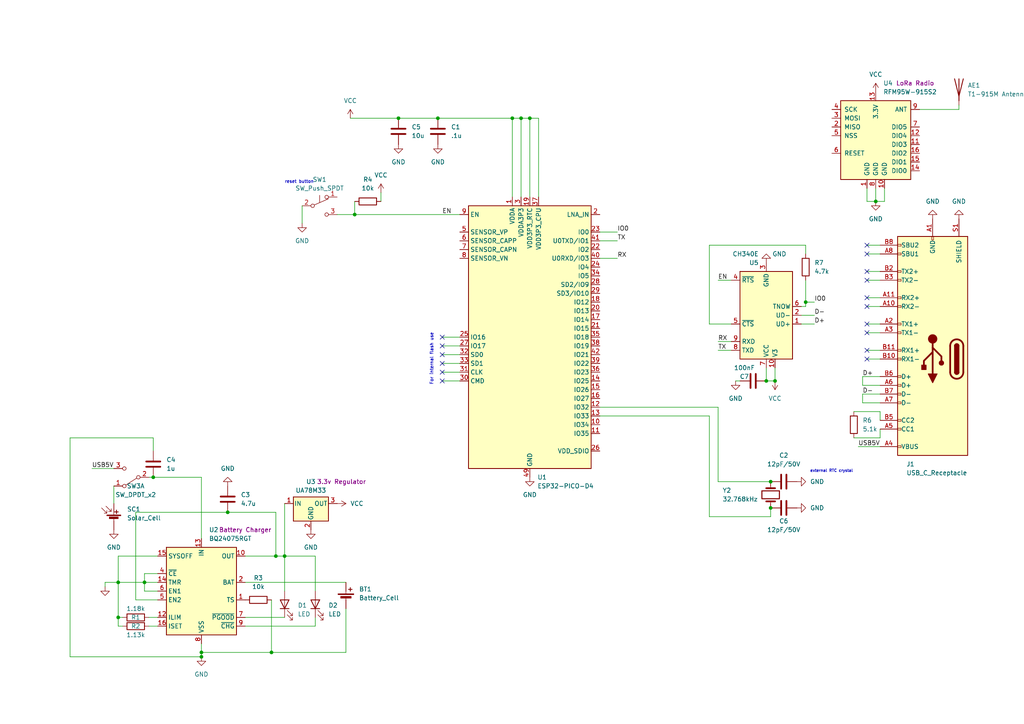
<source format=kicad_sch>
(kicad_sch (version 20230121) (generator eeschema)

  (uuid 527e949b-eaeb-4cf3-9920-57a6631a4ccb)

  (paper "A4")

  (lib_symbols
    (symbol "Battery_Management:BQ24075RGT" (in_bom yes) (on_board yes)
      (property "Reference" "U" (at -8.89 13.97 0)
        (effects (font (size 1.27 1.27)) (justify right))
      )
      (property "Value" "BQ24075RGT" (at 16.51 13.97 0)
        (effects (font (size 1.27 1.27)) (justify right))
      )
      (property "Footprint" "Package_DFN_QFN:VQFN-16-1EP_3x3mm_P0.5mm_EP1.6x1.6mm" (at 7.62 -13.97 0)
        (effects (font (size 1.27 1.27)) (justify left) hide)
      )
      (property "Datasheet" "http://www.ti.com/lit/ds/symlink/bq24075.pdf" (at 7.62 5.08 0)
        (effects (font (size 1.27 1.27)) hide)
      )
      (property "ki_keywords" "USB Charger" (at 0 0 0)
        (effects (font (size 1.27 1.27)) hide)
      )
      (property "ki_description" "USB-Friendly Li-Ion Battery Charger and Power-Path Management, VQFN-16" (at 0 0 0)
        (effects (font (size 1.27 1.27)) hide)
      )
      (property "ki_fp_filters" "VQFN*1EP*3x3mm*P0.5mm*" (at 0 0 0)
        (effects (font (size 1.27 1.27)) hide)
      )
      (symbol "BQ24075RGT_0_1"
        (rectangle (start -10.16 12.7) (end 10.16 -12.7)
          (stroke (width 0.254) (type default))
          (fill (type background))
        )
      )
      (symbol "BQ24075RGT_1_1"
        (pin passive line (at 12.7 -2.54 180) (length 2.54)
          (name "TS" (effects (font (size 1.27 1.27))))
          (number "1" (effects (font (size 1.27 1.27))))
        )
        (pin power_out line (at 12.7 10.16 180) (length 2.54)
          (name "OUT" (effects (font (size 1.27 1.27))))
          (number "10" (effects (font (size 1.27 1.27))))
        )
        (pin passive line (at 12.7 10.16 180) (length 2.54) hide
          (name "OUT" (effects (font (size 1.27 1.27))))
          (number "11" (effects (font (size 1.27 1.27))))
        )
        (pin passive line (at -12.7 -7.62 0) (length 2.54)
          (name "ILIM" (effects (font (size 1.27 1.27))))
          (number "12" (effects (font (size 1.27 1.27))))
        )
        (pin power_in line (at 0 15.24 270) (length 2.54)
          (name "IN" (effects (font (size 1.27 1.27))))
          (number "13" (effects (font (size 1.27 1.27))))
        )
        (pin input line (at -12.7 2.54 0) (length 2.54)
          (name "TMR" (effects (font (size 1.27 1.27))))
          (number "14" (effects (font (size 1.27 1.27))))
        )
        (pin input line (at -12.7 10.16 0) (length 2.54)
          (name "SYSOFF" (effects (font (size 1.27 1.27))))
          (number "15" (effects (font (size 1.27 1.27))))
        )
        (pin passive line (at -12.7 -10.16 0) (length 2.54)
          (name "ISET" (effects (font (size 1.27 1.27))))
          (number "16" (effects (font (size 1.27 1.27))))
        )
        (pin passive line (at 0 -15.24 90) (length 2.54) hide
          (name "VSS" (effects (font (size 1.27 1.27))))
          (number "17" (effects (font (size 1.27 1.27))))
        )
        (pin power_out line (at 12.7 2.54 180) (length 2.54)
          (name "BAT" (effects (font (size 1.27 1.27))))
          (number "2" (effects (font (size 1.27 1.27))))
        )
        (pin passive line (at 12.7 2.54 180) (length 2.54) hide
          (name "BAT" (effects (font (size 1.27 1.27))))
          (number "3" (effects (font (size 1.27 1.27))))
        )
        (pin input line (at -12.7 5.08 0) (length 2.54)
          (name "~{CE}" (effects (font (size 1.27 1.27))))
          (number "4" (effects (font (size 1.27 1.27))))
        )
        (pin input line (at -12.7 -2.54 0) (length 2.54)
          (name "EN2" (effects (font (size 1.27 1.27))))
          (number "5" (effects (font (size 1.27 1.27))))
        )
        (pin input line (at -12.7 0 0) (length 2.54)
          (name "EN1" (effects (font (size 1.27 1.27))))
          (number "6" (effects (font (size 1.27 1.27))))
        )
        (pin open_collector line (at 12.7 -7.62 180) (length 2.54)
          (name "~{PGOOD}" (effects (font (size 1.27 1.27))))
          (number "7" (effects (font (size 1.27 1.27))))
        )
        (pin power_in line (at 0 -15.24 90) (length 2.54)
          (name "VSS" (effects (font (size 1.27 1.27))))
          (number "8" (effects (font (size 1.27 1.27))))
        )
        (pin open_collector line (at 12.7 -10.16 180) (length 2.54)
          (name "~{CHG}" (effects (font (size 1.27 1.27))))
          (number "9" (effects (font (size 1.27 1.27))))
        )
      )
    )
    (symbol "Connector:USB_C_Receptacle" (pin_names (offset 1.016)) (in_bom yes) (on_board yes)
      (property "Reference" "J" (at -10.16 29.21 0)
        (effects (font (size 1.27 1.27)) (justify left))
      )
      (property "Value" "USB_C_Receptacle" (at 10.16 29.21 0)
        (effects (font (size 1.27 1.27)) (justify right))
      )
      (property "Footprint" "" (at 3.81 0 0)
        (effects (font (size 1.27 1.27)) hide)
      )
      (property "Datasheet" "https://www.usb.org/sites/default/files/documents/usb_type-c.zip" (at 3.81 0 0)
        (effects (font (size 1.27 1.27)) hide)
      )
      (property "ki_keywords" "usb universal serial bus type-C full-featured" (at 0 0 0)
        (effects (font (size 1.27 1.27)) hide)
      )
      (property "ki_description" "USB Full-Featured Type-C Receptacle connector" (at 0 0 0)
        (effects (font (size 1.27 1.27)) hide)
      )
      (property "ki_fp_filters" "USB*C*Receptacle*" (at 0 0 0)
        (effects (font (size 1.27 1.27)) hide)
      )
      (symbol "USB_C_Receptacle_0_0"
        (rectangle (start -0.254 -35.56) (end 0.254 -34.544)
          (stroke (width 0) (type default))
          (fill (type none))
        )
        (rectangle (start 10.16 -32.766) (end 9.144 -33.274)
          (stroke (width 0) (type default))
          (fill (type none))
        )
        (rectangle (start 10.16 -30.226) (end 9.144 -30.734)
          (stroke (width 0) (type default))
          (fill (type none))
        )
        (rectangle (start 10.16 -25.146) (end 9.144 -25.654)
          (stroke (width 0) (type default))
          (fill (type none))
        )
        (rectangle (start 10.16 -22.606) (end 9.144 -23.114)
          (stroke (width 0) (type default))
          (fill (type none))
        )
        (rectangle (start 10.16 -17.526) (end 9.144 -18.034)
          (stroke (width 0) (type default))
          (fill (type none))
        )
        (rectangle (start 10.16 -14.986) (end 9.144 -15.494)
          (stroke (width 0) (type default))
          (fill (type none))
        )
        (rectangle (start 10.16 -9.906) (end 9.144 -10.414)
          (stroke (width 0) (type default))
          (fill (type none))
        )
        (rectangle (start 10.16 -7.366) (end 9.144 -7.874)
          (stroke (width 0) (type default))
          (fill (type none))
        )
        (rectangle (start 10.16 -2.286) (end 9.144 -2.794)
          (stroke (width 0) (type default))
          (fill (type none))
        )
        (rectangle (start 10.16 0.254) (end 9.144 -0.254)
          (stroke (width 0) (type default))
          (fill (type none))
        )
        (rectangle (start 10.16 5.334) (end 9.144 4.826)
          (stroke (width 0) (type default))
          (fill (type none))
        )
        (rectangle (start 10.16 7.874) (end 9.144 7.366)
          (stroke (width 0) (type default))
          (fill (type none))
        )
        (rectangle (start 10.16 10.414) (end 9.144 9.906)
          (stroke (width 0) (type default))
          (fill (type none))
        )
        (rectangle (start 10.16 12.954) (end 9.144 12.446)
          (stroke (width 0) (type default))
          (fill (type none))
        )
        (rectangle (start 10.16 18.034) (end 9.144 17.526)
          (stroke (width 0) (type default))
          (fill (type none))
        )
        (rectangle (start 10.16 20.574) (end 9.144 20.066)
          (stroke (width 0) (type default))
          (fill (type none))
        )
        (rectangle (start 10.16 25.654) (end 9.144 25.146)
          (stroke (width 0) (type default))
          (fill (type none))
        )
      )
      (symbol "USB_C_Receptacle_0_1"
        (rectangle (start -10.16 27.94) (end 10.16 -35.56)
          (stroke (width 0.254) (type default))
          (fill (type background))
        )
        (arc (start -8.89 -3.81) (mid -6.985 -5.7067) (end -5.08 -3.81)
          (stroke (width 0.508) (type default))
          (fill (type none))
        )
        (arc (start -7.62 -3.81) (mid -6.985 -4.4423) (end -6.35 -3.81)
          (stroke (width 0.254) (type default))
          (fill (type none))
        )
        (arc (start -7.62 -3.81) (mid -6.985 -4.4423) (end -6.35 -3.81)
          (stroke (width 0.254) (type default))
          (fill (type outline))
        )
        (rectangle (start -7.62 -3.81) (end -6.35 3.81)
          (stroke (width 0.254) (type default))
          (fill (type outline))
        )
        (arc (start -6.35 3.81) (mid -6.985 4.4423) (end -7.62 3.81)
          (stroke (width 0.254) (type default))
          (fill (type none))
        )
        (arc (start -6.35 3.81) (mid -6.985 4.4423) (end -7.62 3.81)
          (stroke (width 0.254) (type default))
          (fill (type outline))
        )
        (arc (start -5.08 3.81) (mid -6.985 5.7067) (end -8.89 3.81)
          (stroke (width 0.508) (type default))
          (fill (type none))
        )
        (polyline
          (pts
            (xy -8.89 -3.81)
            (xy -8.89 3.81)
          )
          (stroke (width 0.508) (type default))
          (fill (type none))
        )
        (polyline
          (pts
            (xy -5.08 3.81)
            (xy -5.08 -3.81)
          )
          (stroke (width 0.508) (type default))
          (fill (type none))
        )
      )
      (symbol "USB_C_Receptacle_1_1"
        (circle (center -2.54 1.143) (radius 0.635)
          (stroke (width 0.254) (type default))
          (fill (type outline))
        )
        (circle (center 0 -5.842) (radius 1.27)
          (stroke (width 0) (type default))
          (fill (type outline))
        )
        (polyline
          (pts
            (xy 0 -5.842)
            (xy 0 4.318)
          )
          (stroke (width 0.508) (type default))
          (fill (type none))
        )
        (polyline
          (pts
            (xy 0 -3.302)
            (xy -2.54 -0.762)
            (xy -2.54 0.508)
          )
          (stroke (width 0.508) (type default))
          (fill (type none))
        )
        (polyline
          (pts
            (xy 0 -2.032)
            (xy 2.54 0.508)
            (xy 2.54 1.778)
          )
          (stroke (width 0.508) (type default))
          (fill (type none))
        )
        (polyline
          (pts
            (xy -1.27 4.318)
            (xy 0 6.858)
            (xy 1.27 4.318)
            (xy -1.27 4.318)
          )
          (stroke (width 0.254) (type default))
          (fill (type outline))
        )
        (rectangle (start 1.905 1.778) (end 3.175 3.048)
          (stroke (width 0.254) (type default))
          (fill (type outline))
        )
        (pin passive line (at 0 -40.64 90) (length 5.08)
          (name "GND" (effects (font (size 1.27 1.27))))
          (number "A1" (effects (font (size 1.27 1.27))))
        )
        (pin bidirectional line (at 15.24 -15.24 180) (length 5.08)
          (name "RX2-" (effects (font (size 1.27 1.27))))
          (number "A10" (effects (font (size 1.27 1.27))))
        )
        (pin bidirectional line (at 15.24 -17.78 180) (length 5.08)
          (name "RX2+" (effects (font (size 1.27 1.27))))
          (number "A11" (effects (font (size 1.27 1.27))))
        )
        (pin passive line (at 0 -40.64 90) (length 5.08) hide
          (name "GND" (effects (font (size 1.27 1.27))))
          (number "A12" (effects (font (size 1.27 1.27))))
        )
        (pin bidirectional line (at 15.24 -10.16 180) (length 5.08)
          (name "TX1+" (effects (font (size 1.27 1.27))))
          (number "A2" (effects (font (size 1.27 1.27))))
        )
        (pin bidirectional line (at 15.24 -7.62 180) (length 5.08)
          (name "TX1-" (effects (font (size 1.27 1.27))))
          (number "A3" (effects (font (size 1.27 1.27))))
        )
        (pin passive line (at 15.24 25.4 180) (length 5.08)
          (name "VBUS" (effects (font (size 1.27 1.27))))
          (number "A4" (effects (font (size 1.27 1.27))))
        )
        (pin bidirectional line (at 15.24 20.32 180) (length 5.08)
          (name "CC1" (effects (font (size 1.27 1.27))))
          (number "A5" (effects (font (size 1.27 1.27))))
        )
        (pin bidirectional line (at 15.24 7.62 180) (length 5.08)
          (name "D+" (effects (font (size 1.27 1.27))))
          (number "A6" (effects (font (size 1.27 1.27))))
        )
        (pin bidirectional line (at 15.24 12.7 180) (length 5.08)
          (name "D-" (effects (font (size 1.27 1.27))))
          (number "A7" (effects (font (size 1.27 1.27))))
        )
        (pin bidirectional line (at 15.24 -30.48 180) (length 5.08)
          (name "SBU1" (effects (font (size 1.27 1.27))))
          (number "A8" (effects (font (size 1.27 1.27))))
        )
        (pin passive line (at 15.24 25.4 180) (length 5.08) hide
          (name "VBUS" (effects (font (size 1.27 1.27))))
          (number "A9" (effects (font (size 1.27 1.27))))
        )
        (pin passive line (at 0 -40.64 90) (length 5.08) hide
          (name "GND" (effects (font (size 1.27 1.27))))
          (number "B1" (effects (font (size 1.27 1.27))))
        )
        (pin bidirectional line (at 15.24 0 180) (length 5.08)
          (name "RX1-" (effects (font (size 1.27 1.27))))
          (number "B10" (effects (font (size 1.27 1.27))))
        )
        (pin bidirectional line (at 15.24 -2.54 180) (length 5.08)
          (name "RX1+" (effects (font (size 1.27 1.27))))
          (number "B11" (effects (font (size 1.27 1.27))))
        )
        (pin passive line (at 0 -40.64 90) (length 5.08) hide
          (name "GND" (effects (font (size 1.27 1.27))))
          (number "B12" (effects (font (size 1.27 1.27))))
        )
        (pin bidirectional line (at 15.24 -25.4 180) (length 5.08)
          (name "TX2+" (effects (font (size 1.27 1.27))))
          (number "B2" (effects (font (size 1.27 1.27))))
        )
        (pin bidirectional line (at 15.24 -22.86 180) (length 5.08)
          (name "TX2-" (effects (font (size 1.27 1.27))))
          (number "B3" (effects (font (size 1.27 1.27))))
        )
        (pin passive line (at 15.24 25.4 180) (length 5.08) hide
          (name "VBUS" (effects (font (size 1.27 1.27))))
          (number "B4" (effects (font (size 1.27 1.27))))
        )
        (pin bidirectional line (at 15.24 17.78 180) (length 5.08)
          (name "CC2" (effects (font (size 1.27 1.27))))
          (number "B5" (effects (font (size 1.27 1.27))))
        )
        (pin bidirectional line (at 15.24 5.08 180) (length 5.08)
          (name "D+" (effects (font (size 1.27 1.27))))
          (number "B6" (effects (font (size 1.27 1.27))))
        )
        (pin bidirectional line (at 15.24 10.16 180) (length 5.08)
          (name "D-" (effects (font (size 1.27 1.27))))
          (number "B7" (effects (font (size 1.27 1.27))))
        )
        (pin bidirectional line (at 15.24 -33.02 180) (length 5.08)
          (name "SBU2" (effects (font (size 1.27 1.27))))
          (number "B8" (effects (font (size 1.27 1.27))))
        )
        (pin passive line (at 15.24 25.4 180) (length 5.08) hide
          (name "VBUS" (effects (font (size 1.27 1.27))))
          (number "B9" (effects (font (size 1.27 1.27))))
        )
        (pin passive line (at -7.62 -40.64 90) (length 5.08)
          (name "SHIELD" (effects (font (size 1.27 1.27))))
          (number "S1" (effects (font (size 1.27 1.27))))
        )
      )
    )
    (symbol "Device:Antenna" (pin_numbers hide) (pin_names (offset 1.016) hide) (in_bom yes) (on_board yes)
      (property "Reference" "AE" (at -1.905 1.905 0)
        (effects (font (size 1.27 1.27)) (justify right))
      )
      (property "Value" "Antenna" (at -1.905 0 0)
        (effects (font (size 1.27 1.27)) (justify right))
      )
      (property "Footprint" "" (at 0 0 0)
        (effects (font (size 1.27 1.27)) hide)
      )
      (property "Datasheet" "~" (at 0 0 0)
        (effects (font (size 1.27 1.27)) hide)
      )
      (property "ki_keywords" "antenna" (at 0 0 0)
        (effects (font (size 1.27 1.27)) hide)
      )
      (property "ki_description" "Antenna" (at 0 0 0)
        (effects (font (size 1.27 1.27)) hide)
      )
      (symbol "Antenna_0_1"
        (polyline
          (pts
            (xy 0 2.54)
            (xy 0 -3.81)
          )
          (stroke (width 0.254) (type default))
          (fill (type none))
        )
        (polyline
          (pts
            (xy 1.27 2.54)
            (xy 0 -2.54)
            (xy -1.27 2.54)
          )
          (stroke (width 0.254) (type default))
          (fill (type none))
        )
      )
      (symbol "Antenna_1_1"
        (pin input line (at 0 -5.08 90) (length 2.54)
          (name "A" (effects (font (size 1.27 1.27))))
          (number "1" (effects (font (size 1.27 1.27))))
        )
      )
    )
    (symbol "Device:Battery_Cell" (pin_numbers hide) (pin_names (offset 0) hide) (in_bom yes) (on_board yes)
      (property "Reference" "BT" (at 2.54 2.54 0)
        (effects (font (size 1.27 1.27)) (justify left))
      )
      (property "Value" "Battery_Cell" (at 2.54 0 0)
        (effects (font (size 1.27 1.27)) (justify left))
      )
      (property "Footprint" "" (at 0 1.524 90)
        (effects (font (size 1.27 1.27)) hide)
      )
      (property "Datasheet" "~" (at 0 1.524 90)
        (effects (font (size 1.27 1.27)) hide)
      )
      (property "ki_keywords" "battery cell" (at 0 0 0)
        (effects (font (size 1.27 1.27)) hide)
      )
      (property "ki_description" "Single-cell battery" (at 0 0 0)
        (effects (font (size 1.27 1.27)) hide)
      )
      (symbol "Battery_Cell_0_1"
        (rectangle (start -2.286 1.778) (end 2.286 1.524)
          (stroke (width 0) (type default))
          (fill (type outline))
        )
        (rectangle (start -1.524 1.016) (end 1.524 0.508)
          (stroke (width 0) (type default))
          (fill (type outline))
        )
        (polyline
          (pts
            (xy 0 0.762)
            (xy 0 0)
          )
          (stroke (width 0) (type default))
          (fill (type none))
        )
        (polyline
          (pts
            (xy 0 1.778)
            (xy 0 2.54)
          )
          (stroke (width 0) (type default))
          (fill (type none))
        )
        (polyline
          (pts
            (xy 0.762 3.048)
            (xy 1.778 3.048)
          )
          (stroke (width 0.254) (type default))
          (fill (type none))
        )
        (polyline
          (pts
            (xy 1.27 3.556)
            (xy 1.27 2.54)
          )
          (stroke (width 0.254) (type default))
          (fill (type none))
        )
      )
      (symbol "Battery_Cell_1_1"
        (pin passive line (at 0 5.08 270) (length 2.54)
          (name "+" (effects (font (size 1.27 1.27))))
          (number "1" (effects (font (size 1.27 1.27))))
        )
        (pin passive line (at 0 -2.54 90) (length 2.54)
          (name "-" (effects (font (size 1.27 1.27))))
          (number "2" (effects (font (size 1.27 1.27))))
        )
      )
    )
    (symbol "Device:C" (pin_numbers hide) (pin_names (offset 0.254)) (in_bom yes) (on_board yes)
      (property "Reference" "C" (at 0.635 2.54 0)
        (effects (font (size 1.27 1.27)) (justify left))
      )
      (property "Value" "C" (at 0.635 -2.54 0)
        (effects (font (size 1.27 1.27)) (justify left))
      )
      (property "Footprint" "" (at 0.9652 -3.81 0)
        (effects (font (size 1.27 1.27)) hide)
      )
      (property "Datasheet" "~" (at 0 0 0)
        (effects (font (size 1.27 1.27)) hide)
      )
      (property "ki_keywords" "cap capacitor" (at 0 0 0)
        (effects (font (size 1.27 1.27)) hide)
      )
      (property "ki_description" "Unpolarized capacitor" (at 0 0 0)
        (effects (font (size 1.27 1.27)) hide)
      )
      (property "ki_fp_filters" "C_*" (at 0 0 0)
        (effects (font (size 1.27 1.27)) hide)
      )
      (symbol "C_0_1"
        (polyline
          (pts
            (xy -2.032 -0.762)
            (xy 2.032 -0.762)
          )
          (stroke (width 0.508) (type default))
          (fill (type none))
        )
        (polyline
          (pts
            (xy -2.032 0.762)
            (xy 2.032 0.762)
          )
          (stroke (width 0.508) (type default))
          (fill (type none))
        )
      )
      (symbol "C_1_1"
        (pin passive line (at 0 3.81 270) (length 2.794)
          (name "~" (effects (font (size 1.27 1.27))))
          (number "1" (effects (font (size 1.27 1.27))))
        )
        (pin passive line (at 0 -3.81 90) (length 2.794)
          (name "~" (effects (font (size 1.27 1.27))))
          (number "2" (effects (font (size 1.27 1.27))))
        )
      )
    )
    (symbol "Device:Crystal" (pin_numbers hide) (pin_names (offset 1.016) hide) (in_bom yes) (on_board yes)
      (property "Reference" "Y" (at 0 3.81 0)
        (effects (font (size 1.27 1.27)))
      )
      (property "Value" "Crystal" (at 0 -3.81 0)
        (effects (font (size 1.27 1.27)))
      )
      (property "Footprint" "" (at 0 0 0)
        (effects (font (size 1.27 1.27)) hide)
      )
      (property "Datasheet" "~" (at 0 0 0)
        (effects (font (size 1.27 1.27)) hide)
      )
      (property "ki_keywords" "quartz ceramic resonator oscillator" (at 0 0 0)
        (effects (font (size 1.27 1.27)) hide)
      )
      (property "ki_description" "Two pin crystal" (at 0 0 0)
        (effects (font (size 1.27 1.27)) hide)
      )
      (property "ki_fp_filters" "Crystal*" (at 0 0 0)
        (effects (font (size 1.27 1.27)) hide)
      )
      (symbol "Crystal_0_1"
        (rectangle (start -1.143 2.54) (end 1.143 -2.54)
          (stroke (width 0.3048) (type default))
          (fill (type none))
        )
        (polyline
          (pts
            (xy -2.54 0)
            (xy -1.905 0)
          )
          (stroke (width 0) (type default))
          (fill (type none))
        )
        (polyline
          (pts
            (xy -1.905 -1.27)
            (xy -1.905 1.27)
          )
          (stroke (width 0.508) (type default))
          (fill (type none))
        )
        (polyline
          (pts
            (xy 1.905 -1.27)
            (xy 1.905 1.27)
          )
          (stroke (width 0.508) (type default))
          (fill (type none))
        )
        (polyline
          (pts
            (xy 2.54 0)
            (xy 1.905 0)
          )
          (stroke (width 0) (type default))
          (fill (type none))
        )
      )
      (symbol "Crystal_1_1"
        (pin passive line (at -3.81 0 0) (length 1.27)
          (name "1" (effects (font (size 1.27 1.27))))
          (number "1" (effects (font (size 1.27 1.27))))
        )
        (pin passive line (at 3.81 0 180) (length 1.27)
          (name "2" (effects (font (size 1.27 1.27))))
          (number "2" (effects (font (size 1.27 1.27))))
        )
      )
    )
    (symbol "Device:LED" (pin_numbers hide) (pin_names (offset 1.016) hide) (in_bom yes) (on_board yes)
      (property "Reference" "D" (at 0 2.54 0)
        (effects (font (size 1.27 1.27)))
      )
      (property "Value" "LED" (at 0 -2.54 0)
        (effects (font (size 1.27 1.27)))
      )
      (property "Footprint" "" (at 0 0 0)
        (effects (font (size 1.27 1.27)) hide)
      )
      (property "Datasheet" "~" (at 0 0 0)
        (effects (font (size 1.27 1.27)) hide)
      )
      (property "ki_keywords" "LED diode" (at 0 0 0)
        (effects (font (size 1.27 1.27)) hide)
      )
      (property "ki_description" "Light emitting diode" (at 0 0 0)
        (effects (font (size 1.27 1.27)) hide)
      )
      (property "ki_fp_filters" "LED* LED_SMD:* LED_THT:*" (at 0 0 0)
        (effects (font (size 1.27 1.27)) hide)
      )
      (symbol "LED_0_1"
        (polyline
          (pts
            (xy -1.27 -1.27)
            (xy -1.27 1.27)
          )
          (stroke (width 0.254) (type default))
          (fill (type none))
        )
        (polyline
          (pts
            (xy -1.27 0)
            (xy 1.27 0)
          )
          (stroke (width 0) (type default))
          (fill (type none))
        )
        (polyline
          (pts
            (xy 1.27 -1.27)
            (xy 1.27 1.27)
            (xy -1.27 0)
            (xy 1.27 -1.27)
          )
          (stroke (width 0.254) (type default))
          (fill (type none))
        )
        (polyline
          (pts
            (xy -3.048 -0.762)
            (xy -4.572 -2.286)
            (xy -3.81 -2.286)
            (xy -4.572 -2.286)
            (xy -4.572 -1.524)
          )
          (stroke (width 0) (type default))
          (fill (type none))
        )
        (polyline
          (pts
            (xy -1.778 -0.762)
            (xy -3.302 -2.286)
            (xy -2.54 -2.286)
            (xy -3.302 -2.286)
            (xy -3.302 -1.524)
          )
          (stroke (width 0) (type default))
          (fill (type none))
        )
      )
      (symbol "LED_1_1"
        (pin passive line (at -3.81 0 0) (length 2.54)
          (name "K" (effects (font (size 1.27 1.27))))
          (number "1" (effects (font (size 1.27 1.27))))
        )
        (pin passive line (at 3.81 0 180) (length 2.54)
          (name "A" (effects (font (size 1.27 1.27))))
          (number "2" (effects (font (size 1.27 1.27))))
        )
      )
    )
    (symbol "Device:R" (pin_numbers hide) (pin_names (offset 0)) (in_bom yes) (on_board yes)
      (property "Reference" "R" (at 2.032 0 90)
        (effects (font (size 1.27 1.27)))
      )
      (property "Value" "R" (at 0 0 90)
        (effects (font (size 1.27 1.27)))
      )
      (property "Footprint" "" (at -1.778 0 90)
        (effects (font (size 1.27 1.27)) hide)
      )
      (property "Datasheet" "~" (at 0 0 0)
        (effects (font (size 1.27 1.27)) hide)
      )
      (property "ki_keywords" "R res resistor" (at 0 0 0)
        (effects (font (size 1.27 1.27)) hide)
      )
      (property "ki_description" "Resistor" (at 0 0 0)
        (effects (font (size 1.27 1.27)) hide)
      )
      (property "ki_fp_filters" "R_*" (at 0 0 0)
        (effects (font (size 1.27 1.27)) hide)
      )
      (symbol "R_0_1"
        (rectangle (start -1.016 -2.54) (end 1.016 2.54)
          (stroke (width 0.254) (type default))
          (fill (type none))
        )
      )
      (symbol "R_1_1"
        (pin passive line (at 0 3.81 270) (length 1.27)
          (name "~" (effects (font (size 1.27 1.27))))
          (number "1" (effects (font (size 1.27 1.27))))
        )
        (pin passive line (at 0 -3.81 90) (length 1.27)
          (name "~" (effects (font (size 1.27 1.27))))
          (number "2" (effects (font (size 1.27 1.27))))
        )
      )
    )
    (symbol "Device:Solar_Cell" (pin_numbers hide) (pin_names (offset 0) hide) (in_bom yes) (on_board yes)
      (property "Reference" "SC" (at 2.54 2.54 0)
        (effects (font (size 1.27 1.27)) (justify left))
      )
      (property "Value" "Solar_Cell" (at 2.54 0 0)
        (effects (font (size 1.27 1.27)) (justify left))
      )
      (property "Footprint" "" (at 0 1.524 90)
        (effects (font (size 1.27 1.27)) hide)
      )
      (property "Datasheet" "~" (at 0 1.524 90)
        (effects (font (size 1.27 1.27)) hide)
      )
      (property "ki_keywords" "solar cell" (at 0 0 0)
        (effects (font (size 1.27 1.27)) hide)
      )
      (property "ki_description" "Single solar cell" (at 0 0 0)
        (effects (font (size 1.27 1.27)) hide)
      )
      (symbol "Solar_Cell_0_1"
        (rectangle (start -2.032 1.778) (end 2.032 1.524)
          (stroke (width 0) (type default))
          (fill (type outline))
        )
        (rectangle (start -1.3208 1.1938) (end 1.27 0.6858)
          (stroke (width 0) (type default))
          (fill (type outline))
        )
        (polyline
          (pts
            (xy -2.032 2.286)
            (xy -3.556 3.81)
          )
          (stroke (width 0) (type default))
          (fill (type none))
        )
        (polyline
          (pts
            (xy -0.762 2.794)
            (xy -2.286 4.318)
          )
          (stroke (width 0) (type default))
          (fill (type none))
        )
        (polyline
          (pts
            (xy 0 0.762)
            (xy 0 0)
          )
          (stroke (width 0) (type default))
          (fill (type none))
        )
        (polyline
          (pts
            (xy 0 1.778)
            (xy 0 2.54)
          )
          (stroke (width 0) (type default))
          (fill (type none))
        )
        (polyline
          (pts
            (xy 0.254 2.667)
            (xy 1.27 2.667)
          )
          (stroke (width 0.254) (type default))
          (fill (type none))
        )
        (polyline
          (pts
            (xy 0.762 3.175)
            (xy 0.762 2.159)
          )
          (stroke (width 0.254) (type default))
          (fill (type none))
        )
        (polyline
          (pts
            (xy -2.032 3.048)
            (xy -2.032 2.286)
            (xy -2.794 2.286)
          )
          (stroke (width 0) (type default))
          (fill (type none))
        )
        (polyline
          (pts
            (xy -0.762 3.556)
            (xy -0.762 2.794)
            (xy -1.524 2.794)
          )
          (stroke (width 0) (type default))
          (fill (type none))
        )
      )
      (symbol "Solar_Cell_1_1"
        (pin passive line (at 0 5.08 270) (length 2.54)
          (name "+" (effects (font (size 1.27 1.27))))
          (number "1" (effects (font (size 1.27 1.27))))
        )
        (pin passive line (at 0 -2.54 90) (length 2.54)
          (name "-" (effects (font (size 1.27 1.27))))
          (number "2" (effects (font (size 1.27 1.27))))
        )
      )
    )
    (symbol "Interface_USB:CH340E" (in_bom yes) (on_board yes)
      (property "Reference" "U" (at -5.08 13.97 0)
        (effects (font (size 1.27 1.27)) (justify right))
      )
      (property "Value" "CH340E" (at 1.27 13.97 0)
        (effects (font (size 1.27 1.27)) (justify left))
      )
      (property "Footprint" "Package_SO:MSOP-10_3x3mm_P0.5mm" (at 1.27 -13.97 0)
        (effects (font (size 1.27 1.27)) (justify left) hide)
      )
      (property "Datasheet" "https://www.mpja.com/download/35227cpdata.pdf" (at -8.89 20.32 0)
        (effects (font (size 1.27 1.27)) hide)
      )
      (property "ki_keywords" "USB UART Serial Converter Interface" (at 0 0 0)
        (effects (font (size 1.27 1.27)) hide)
      )
      (property "ki_description" "USB serial converter, UART, MSOP-10" (at 0 0 0)
        (effects (font (size 1.27 1.27)) hide)
      )
      (property "ki_fp_filters" "MSOP*3x3mm*P0.5mm*" (at 0 0 0)
        (effects (font (size 1.27 1.27)) hide)
      )
      (symbol "CH340E_0_1"
        (rectangle (start -7.62 12.7) (end 7.62 -12.7)
          (stroke (width 0.254) (type default))
          (fill (type background))
        )
      )
      (symbol "CH340E_1_1"
        (pin bidirectional line (at -10.16 2.54 0) (length 2.54)
          (name "UD+" (effects (font (size 1.27 1.27))))
          (number "1" (effects (font (size 1.27 1.27))))
        )
        (pin passive line (at -2.54 15.24 270) (length 2.54)
          (name "V3" (effects (font (size 1.27 1.27))))
          (number "10" (effects (font (size 1.27 1.27))))
        )
        (pin bidirectional line (at -10.16 0 0) (length 2.54)
          (name "UD-" (effects (font (size 1.27 1.27))))
          (number "2" (effects (font (size 1.27 1.27))))
        )
        (pin power_in line (at 0 -15.24 90) (length 2.54)
          (name "GND" (effects (font (size 1.27 1.27))))
          (number "3" (effects (font (size 1.27 1.27))))
        )
        (pin output line (at 10.16 -10.16 180) (length 2.54)
          (name "~{RTS}" (effects (font (size 1.27 1.27))))
          (number "4" (effects (font (size 1.27 1.27))))
        )
        (pin input line (at 10.16 2.54 180) (length 2.54)
          (name "~{CTS}" (effects (font (size 1.27 1.27))))
          (number "5" (effects (font (size 1.27 1.27))))
        )
        (pin output line (at -10.16 -2.54 0) (length 2.54)
          (name "TNOW" (effects (font (size 1.27 1.27))))
          (number "6" (effects (font (size 1.27 1.27))))
        )
        (pin power_in line (at 0 15.24 270) (length 2.54)
          (name "VCC" (effects (font (size 1.27 1.27))))
          (number "7" (effects (font (size 1.27 1.27))))
        )
        (pin output line (at 10.16 10.16 180) (length 2.54)
          (name "TXD" (effects (font (size 1.27 1.27))))
          (number "8" (effects (font (size 1.27 1.27))))
        )
        (pin input line (at 10.16 7.62 180) (length 2.54)
          (name "RXD" (effects (font (size 1.27 1.27))))
          (number "9" (effects (font (size 1.27 1.27))))
        )
      )
    )
    (symbol "RF_Module:ESP32-PICO-D4" (in_bom yes) (on_board yes)
      (property "Reference" "U" (at -17.78 39.37 0)
        (effects (font (size 1.27 1.27)) (justify left))
      )
      (property "Value" "ESP32-PICO-D4" (at 3.81 39.37 0)
        (effects (font (size 1.27 1.27)) (justify left))
      )
      (property "Footprint" "Package_DFN_QFN:QFN-48-1EP_7x7mm_P0.5mm_EP5.3x5.3mm" (at 0 -43.18 0)
        (effects (font (size 1.27 1.27)) hide)
      )
      (property "Datasheet" "https://www.espressif.com/sites/default/files/documentation/esp32-pico-d4_datasheet_en.pdf" (at 6.35 -25.4 0)
        (effects (font (size 1.27 1.27)) hide)
      )
      (property "ki_keywords" "RF Radio BT ESP ESP32 Espressif external antenna" (at 0 0 0)
        (effects (font (size 1.27 1.27)) hide)
      )
      (property "ki_description" "RF Module, ESP32 SoC, Wi-Fi 802.11b/g/n, Bluetooth, BLE, 32-bit, 2.7-3.6V, external antenna, QFN-48" (at 0 0 0)
        (effects (font (size 1.27 1.27)) hide)
      )
      (property "ki_fp_filters" "QFN*1EP*7x7mm*P0.5mm*" (at 0 0 0)
        (effects (font (size 1.27 1.27)) hide)
      )
      (symbol "ESP32-PICO-D4_0_0"
        (pin power_in line (at -5.08 40.64 270) (length 2.54)
          (name "VDDA" (effects (font (size 1.27 1.27))))
          (number "1" (effects (font (size 1.27 1.27))))
        )
        (pin input line (at 20.32 -25.4 180) (length 2.54)
          (name "IO34" (effects (font (size 1.27 1.27))))
          (number "10" (effects (font (size 1.27 1.27))))
        )
        (pin input line (at 20.32 -27.94 180) (length 2.54)
          (name "IO35" (effects (font (size 1.27 1.27))))
          (number "11" (effects (font (size 1.27 1.27))))
        )
        (pin bidirectional line (at 20.32 -20.32 180) (length 2.54)
          (name "IO32" (effects (font (size 1.27 1.27))))
          (number "12" (effects (font (size 1.27 1.27))))
        )
        (pin bidirectional line (at 20.32 -22.86 180) (length 2.54)
          (name "IO33" (effects (font (size 1.27 1.27))))
          (number "13" (effects (font (size 1.27 1.27))))
        )
        (pin bidirectional line (at 20.32 -12.7 180) (length 2.54)
          (name "IO25" (effects (font (size 1.27 1.27))))
          (number "14" (effects (font (size 1.27 1.27))))
        )
        (pin bidirectional line (at 20.32 -15.24 180) (length 2.54)
          (name "IO26" (effects (font (size 1.27 1.27))))
          (number "15" (effects (font (size 1.27 1.27))))
        )
        (pin bidirectional line (at 20.32 -17.78 180) (length 2.54)
          (name "IO27" (effects (font (size 1.27 1.27))))
          (number "16" (effects (font (size 1.27 1.27))))
        )
        (pin bidirectional line (at 20.32 5.08 180) (length 2.54)
          (name "IO14" (effects (font (size 1.27 1.27))))
          (number "17" (effects (font (size 1.27 1.27))))
        )
        (pin bidirectional line (at 20.32 10.16 180) (length 2.54)
          (name "IO12" (effects (font (size 1.27 1.27))))
          (number "18" (effects (font (size 1.27 1.27))))
        )
        (pin power_in line (at 0 40.64 270) (length 2.54)
          (name "VDD3P3_RTC" (effects (font (size 1.27 1.27))))
          (number "19" (effects (font (size 1.27 1.27))))
        )
        (pin bidirectional line (at 20.32 35.56 180) (length 2.54)
          (name "LNA_IN" (effects (font (size 1.27 1.27))))
          (number "2" (effects (font (size 1.27 1.27))))
        )
        (pin bidirectional line (at 20.32 7.62 180) (length 2.54)
          (name "IO13" (effects (font (size 1.27 1.27))))
          (number "20" (effects (font (size 1.27 1.27))))
        )
        (pin bidirectional line (at 20.32 2.54 180) (length 2.54)
          (name "IO15" (effects (font (size 1.27 1.27))))
          (number "21" (effects (font (size 1.27 1.27))))
        )
        (pin bidirectional line (at 20.32 25.4 180) (length 2.54)
          (name "IO2" (effects (font (size 1.27 1.27))))
          (number "22" (effects (font (size 1.27 1.27))))
        )
        (pin bidirectional line (at 20.32 30.48 180) (length 2.54)
          (name "IO0" (effects (font (size 1.27 1.27))))
          (number "23" (effects (font (size 1.27 1.27))))
        )
        (pin bidirectional line (at 20.32 20.32 180) (length 2.54)
          (name "IO4" (effects (font (size 1.27 1.27))))
          (number "24" (effects (font (size 1.27 1.27))))
        )
        (pin bidirectional line (at -20.32 0 0) (length 2.54)
          (name "IO16" (effects (font (size 1.27 1.27))))
          (number "25" (effects (font (size 1.27 1.27))))
        )
        (pin power_out line (at 20.32 -33.02 180) (length 2.54)
          (name "VDD_SDIO" (effects (font (size 1.27 1.27))))
          (number "26" (effects (font (size 1.27 1.27))))
        )
        (pin bidirectional line (at -20.32 -2.54 0) (length 2.54)
          (name "IO17" (effects (font (size 1.27 1.27))))
          (number "27" (effects (font (size 1.27 1.27))))
        )
        (pin bidirectional line (at 20.32 15.24 180) (length 2.54)
          (name "SD2/IO9" (effects (font (size 1.27 1.27))))
          (number "28" (effects (font (size 1.27 1.27))))
        )
        (pin bidirectional line (at 20.32 12.7 180) (length 2.54)
          (name "SD3/IO10" (effects (font (size 1.27 1.27))))
          (number "29" (effects (font (size 1.27 1.27))))
        )
        (pin power_in line (at -2.54 40.64 270) (length 2.54)
          (name "VDDA3P3" (effects (font (size 1.27 1.27))))
          (number "3" (effects (font (size 1.27 1.27))))
        )
        (pin bidirectional line (at -20.32 -12.7 0) (length 2.54)
          (name "CMD" (effects (font (size 1.27 1.27))))
          (number "30" (effects (font (size 1.27 1.27))))
        )
        (pin bidirectional line (at -20.32 -10.16 0) (length 2.54)
          (name "CLK" (effects (font (size 1.27 1.27))))
          (number "31" (effects (font (size 1.27 1.27))))
        )
        (pin bidirectional line (at -20.32 -5.08 0) (length 2.54)
          (name "SD0" (effects (font (size 1.27 1.27))))
          (number "32" (effects (font (size 1.27 1.27))))
        )
        (pin bidirectional line (at -20.32 -7.62 0) (length 2.54)
          (name "SD1" (effects (font (size 1.27 1.27))))
          (number "33" (effects (font (size 1.27 1.27))))
        )
        (pin bidirectional line (at 20.32 17.78 180) (length 2.54)
          (name "IO5" (effects (font (size 1.27 1.27))))
          (number "34" (effects (font (size 1.27 1.27))))
        )
        (pin bidirectional line (at 20.32 0 180) (length 2.54)
          (name "IO18" (effects (font (size 1.27 1.27))))
          (number "35" (effects (font (size 1.27 1.27))))
        )
        (pin bidirectional line (at 20.32 -10.16 180) (length 2.54)
          (name "IO23" (effects (font (size 1.27 1.27))))
          (number "36" (effects (font (size 1.27 1.27))))
        )
        (pin power_in line (at 2.54 40.64 270) (length 2.54)
          (name "VDD3P3_CPU" (effects (font (size 1.27 1.27))))
          (number "37" (effects (font (size 1.27 1.27))))
        )
        (pin bidirectional line (at 20.32 -2.54 180) (length 2.54)
          (name "IO19" (effects (font (size 1.27 1.27))))
          (number "38" (effects (font (size 1.27 1.27))))
        )
        (pin bidirectional line (at 20.32 -7.62 180) (length 2.54)
          (name "IO22" (effects (font (size 1.27 1.27))))
          (number "39" (effects (font (size 1.27 1.27))))
        )
        (pin passive line (at -2.54 40.64 270) (length 2.54) hide
          (name "VDDA3P3" (effects (font (size 1.27 1.27))))
          (number "4" (effects (font (size 1.27 1.27))))
        )
        (pin bidirectional line (at 20.32 22.86 180) (length 2.54)
          (name "U0RXD/IO3" (effects (font (size 1.27 1.27))))
          (number "40" (effects (font (size 1.27 1.27))))
        )
        (pin bidirectional line (at 20.32 27.94 180) (length 2.54)
          (name "U0TXD/IO1" (effects (font (size 1.27 1.27))))
          (number "41" (effects (font (size 1.27 1.27))))
        )
        (pin bidirectional line (at 20.32 -5.08 180) (length 2.54)
          (name "IO21" (effects (font (size 1.27 1.27))))
          (number "42" (effects (font (size 1.27 1.27))))
        )
        (pin passive line (at -5.08 40.64 270) (length 2.54) hide
          (name "VDDA" (effects (font (size 1.27 1.27))))
          (number "43" (effects (font (size 1.27 1.27))))
        )
        (pin no_connect line (at -17.78 -25.4 0) (length 2.54) hide
          (name "XTAL_N_NC" (effects (font (size 1.27 1.27))))
          (number "44" (effects (font (size 1.27 1.27))))
        )
        (pin no_connect line (at -17.78 -27.94 0) (length 2.54) hide
          (name "XTAL_P_NC" (effects (font (size 1.27 1.27))))
          (number "45" (effects (font (size 1.27 1.27))))
        )
        (pin passive line (at -5.08 40.64 270) (length 2.54) hide
          (name "VDDA" (effects (font (size 1.27 1.27))))
          (number "46" (effects (font (size 1.27 1.27))))
        )
        (pin no_connect line (at -17.78 -30.48 0) (length 2.54) hide
          (name "CAP2_NC" (effects (font (size 1.27 1.27))))
          (number "47" (effects (font (size 1.27 1.27))))
        )
        (pin no_connect line (at -17.78 -33.02 0) (length 2.54) hide
          (name "CAP1_NC" (effects (font (size 1.27 1.27))))
          (number "48" (effects (font (size 1.27 1.27))))
        )
        (pin power_in line (at 0 -40.64 90) (length 2.54)
          (name "GND" (effects (font (size 1.27 1.27))))
          (number "49" (effects (font (size 1.27 1.27))))
        )
        (pin input line (at -20.32 30.48 0) (length 2.54)
          (name "SENSOR_VP" (effects (font (size 1.27 1.27))))
          (number "5" (effects (font (size 1.27 1.27))))
        )
        (pin input line (at -20.32 27.94 0) (length 2.54)
          (name "SENSOR_CAPP" (effects (font (size 1.27 1.27))))
          (number "6" (effects (font (size 1.27 1.27))))
        )
        (pin input line (at -20.32 25.4 0) (length 2.54)
          (name "SENSOR_CAPN" (effects (font (size 1.27 1.27))))
          (number "7" (effects (font (size 1.27 1.27))))
        )
        (pin input line (at -20.32 22.86 0) (length 2.54)
          (name "SENSOR_VN" (effects (font (size 1.27 1.27))))
          (number "8" (effects (font (size 1.27 1.27))))
        )
        (pin input line (at -20.32 35.56 0) (length 2.54)
          (name "EN" (effects (font (size 1.27 1.27))))
          (number "9" (effects (font (size 1.27 1.27))))
        )
      )
      (symbol "ESP32-PICO-D4_0_1"
        (rectangle (start -17.78 38.1) (end 17.78 -38.1)
          (stroke (width 0.254) (type default))
          (fill (type background))
        )
      )
    )
    (symbol "RF_Module:RFM95W-915S2" (pin_names (offset 1.016)) (in_bom yes) (on_board yes)
      (property "Reference" "U" (at -10.414 11.684 0)
        (effects (font (size 1.27 1.27)) (justify left))
      )
      (property "Value" "RFM95W-915S2" (at 1.524 11.43 0)
        (effects (font (size 1.27 1.27)) (justify left))
      )
      (property "Footprint" "" (at -83.82 41.91 0)
        (effects (font (size 1.27 1.27)) hide)
      )
      (property "Datasheet" "https://www.hoperf.com/data/upload/portal/20181127/5bfcbea20e9ef.pdf" (at -83.82 41.91 0)
        (effects (font (size 1.27 1.27)) hide)
      )
      (property "ki_keywords" "Low power long range transceiver module" (at 0 0 0)
        (effects (font (size 1.27 1.27)) hide)
      )
      (property "ki_description" "Low power long range transceiver module, SPI and parallel interface, 915 MHz, spreading factor 6 to12, bandwidth 7.8 to 500kHz, -111 to -148 dBm, SMD-16, DIP-16" (at 0 0 0)
        (effects (font (size 1.27 1.27)) hide)
      )
      (property "ki_fp_filters" "HOPERF*RFM9XW*" (at 0 0 0)
        (effects (font (size 1.27 1.27)) hide)
      )
      (symbol "RFM95W-915S2_0_1"
        (rectangle (start -10.16 10.16) (end 10.16 -12.7)
          (stroke (width 0.254) (type default))
          (fill (type background))
        )
      )
      (symbol "RFM95W-915S2_1_1"
        (pin power_in line (at -2.54 -15.24 90) (length 2.54)
          (name "GND" (effects (font (size 1.27 1.27))))
          (number "1" (effects (font (size 1.27 1.27))))
        )
        (pin power_in line (at 2.54 -15.24 90) (length 2.54)
          (name "GND" (effects (font (size 1.27 1.27))))
          (number "10" (effects (font (size 1.27 1.27))))
        )
        (pin bidirectional line (at 12.7 -2.54 180) (length 2.54)
          (name "DIO3" (effects (font (size 1.27 1.27))))
          (number "11" (effects (font (size 1.27 1.27))))
        )
        (pin bidirectional line (at 12.7 0 180) (length 2.54)
          (name "DIO4" (effects (font (size 1.27 1.27))))
          (number "12" (effects (font (size 1.27 1.27))))
        )
        (pin power_in line (at 0 12.7 270) (length 2.54)
          (name "3.3V" (effects (font (size 1.27 1.27))))
          (number "13" (effects (font (size 1.27 1.27))))
        )
        (pin bidirectional line (at 12.7 -10.16 180) (length 2.54)
          (name "DIO0" (effects (font (size 1.27 1.27))))
          (number "14" (effects (font (size 1.27 1.27))))
        )
        (pin bidirectional line (at 12.7 -7.62 180) (length 2.54)
          (name "DIO1" (effects (font (size 1.27 1.27))))
          (number "15" (effects (font (size 1.27 1.27))))
        )
        (pin bidirectional line (at 12.7 -5.08 180) (length 2.54)
          (name "DIO2" (effects (font (size 1.27 1.27))))
          (number "16" (effects (font (size 1.27 1.27))))
        )
        (pin output line (at -12.7 2.54 0) (length 2.54)
          (name "MISO" (effects (font (size 1.27 1.27))))
          (number "2" (effects (font (size 1.27 1.27))))
        )
        (pin input line (at -12.7 5.08 0) (length 2.54)
          (name "MOSI" (effects (font (size 1.27 1.27))))
          (number "3" (effects (font (size 1.27 1.27))))
        )
        (pin input line (at -12.7 7.62 0) (length 2.54)
          (name "SCK" (effects (font (size 1.27 1.27))))
          (number "4" (effects (font (size 1.27 1.27))))
        )
        (pin input line (at -12.7 0 0) (length 2.54)
          (name "NSS" (effects (font (size 1.27 1.27))))
          (number "5" (effects (font (size 1.27 1.27))))
        )
        (pin bidirectional line (at -12.7 -5.08 0) (length 2.54)
          (name "RESET" (effects (font (size 1.27 1.27))))
          (number "6" (effects (font (size 1.27 1.27))))
        )
        (pin bidirectional line (at 12.7 2.54 180) (length 2.54)
          (name "DIO5" (effects (font (size 1.27 1.27))))
          (number "7" (effects (font (size 1.27 1.27))))
        )
        (pin power_in line (at 0 -15.24 90) (length 2.54)
          (name "GND" (effects (font (size 1.27 1.27))))
          (number "8" (effects (font (size 1.27 1.27))))
        )
        (pin bidirectional line (at 12.7 7.62 180) (length 2.54)
          (name "ANT" (effects (font (size 1.27 1.27))))
          (number "9" (effects (font (size 1.27 1.27))))
        )
      )
    )
    (symbol "Regulator_Linear:uA7805" (pin_names (offset 0.254)) (in_bom yes) (on_board yes)
      (property "Reference" "U" (at -3.81 3.175 0)
        (effects (font (size 1.27 1.27)))
      )
      (property "Value" "uA7805" (at 0 3.175 0)
        (effects (font (size 1.27 1.27)) (justify left))
      )
      (property "Footprint" "" (at 0.635 -3.81 0)
        (effects (font (size 1.27 1.27) italic) (justify left) hide)
      )
      (property "Datasheet" "http://www.ti.com/lit/ds/symlink/ua78.pdf" (at 0 -1.27 0)
        (effects (font (size 1.27 1.27)) hide)
      )
      (property "ki_keywords" "Voltage Regulator 1A Positive" (at 0 0 0)
        (effects (font (size 1.27 1.27)) hide)
      )
      (property "ki_description" "Positive 1A 35V Linear Regulator, Fixed Output 5V, TO-220/TO-263" (at 0 0 0)
        (effects (font (size 1.27 1.27)) hide)
      )
      (property "ki_fp_filters" "TO?263* TO?220*" (at 0 0 0)
        (effects (font (size 1.27 1.27)) hide)
      )
      (symbol "uA7805_0_1"
        (rectangle (start -5.08 1.905) (end 5.08 -5.08)
          (stroke (width 0.254) (type default))
          (fill (type background))
        )
      )
      (symbol "uA7805_1_1"
        (pin power_in line (at -7.62 0 0) (length 2.54)
          (name "IN" (effects (font (size 1.27 1.27))))
          (number "1" (effects (font (size 1.27 1.27))))
        )
        (pin power_in line (at 0 -7.62 90) (length 2.54)
          (name "GND" (effects (font (size 1.27 1.27))))
          (number "2" (effects (font (size 1.27 1.27))))
        )
        (pin power_out line (at 7.62 0 180) (length 2.54)
          (name "OUT" (effects (font (size 1.27 1.27))))
          (number "3" (effects (font (size 1.27 1.27))))
        )
      )
    )
    (symbol "Switch:SW_DPDT_x2" (pin_names (offset 0) hide) (in_bom yes) (on_board yes)
      (property "Reference" "SW" (at 0 4.318 0)
        (effects (font (size 1.27 1.27)))
      )
      (property "Value" "SW_DPDT_x2" (at 0 -5.08 0)
        (effects (font (size 1.27 1.27)))
      )
      (property "Footprint" "" (at 0 0 0)
        (effects (font (size 1.27 1.27)) hide)
      )
      (property "Datasheet" "~" (at 0 0 0)
        (effects (font (size 1.27 1.27)) hide)
      )
      (property "ki_keywords" "switch dual-pole double-throw DPDT spdt ON-ON" (at 0 0 0)
        (effects (font (size 1.27 1.27)) hide)
      )
      (property "ki_description" "Switch, dual pole double throw, separate symbols" (at 0 0 0)
        (effects (font (size 1.27 1.27)) hide)
      )
      (property "ki_fp_filters" "SW*DPDT*" (at 0 0 0)
        (effects (font (size 1.27 1.27)) hide)
      )
      (symbol "SW_DPDT_x2_0_0"
        (circle (center -2.032 0) (radius 0.508)
          (stroke (width 0) (type default))
          (fill (type none))
        )
        (circle (center 2.032 -2.54) (radius 0.508)
          (stroke (width 0) (type default))
          (fill (type none))
        )
      )
      (symbol "SW_DPDT_x2_0_1"
        (polyline
          (pts
            (xy -1.524 0.254)
            (xy 1.651 2.286)
          )
          (stroke (width 0) (type default))
          (fill (type none))
        )
        (circle (center 2.032 2.54) (radius 0.508)
          (stroke (width 0) (type default))
          (fill (type none))
        )
      )
      (symbol "SW_DPDT_x2_1_1"
        (pin passive line (at 5.08 2.54 180) (length 2.54)
          (name "A" (effects (font (size 1.27 1.27))))
          (number "1" (effects (font (size 1.27 1.27))))
        )
        (pin passive line (at -5.08 0 0) (length 2.54)
          (name "B" (effects (font (size 1.27 1.27))))
          (number "2" (effects (font (size 1.27 1.27))))
        )
        (pin passive line (at 5.08 -2.54 180) (length 2.54)
          (name "C" (effects (font (size 1.27 1.27))))
          (number "3" (effects (font (size 1.27 1.27))))
        )
      )
      (symbol "SW_DPDT_x2_2_1"
        (pin passive line (at 5.08 2.54 180) (length 2.54)
          (name "A" (effects (font (size 1.27 1.27))))
          (number "4" (effects (font (size 1.27 1.27))))
        )
        (pin passive line (at -5.08 0 0) (length 2.54)
          (name "B" (effects (font (size 1.27 1.27))))
          (number "5" (effects (font (size 1.27 1.27))))
        )
        (pin passive line (at 5.08 -2.54 180) (length 2.54)
          (name "C" (effects (font (size 1.27 1.27))))
          (number "6" (effects (font (size 1.27 1.27))))
        )
      )
    )
    (symbol "Switch:SW_Push_SPDT" (pin_names (offset 0) hide) (in_bom yes) (on_board yes)
      (property "Reference" "SW" (at 0 4.318 0)
        (effects (font (size 1.27 1.27)))
      )
      (property "Value" "SW_Push_SPDT" (at 0 -5.08 0)
        (effects (font (size 1.27 1.27)))
      )
      (property "Footprint" "" (at 0 0 0)
        (effects (font (size 1.27 1.27)) hide)
      )
      (property "Datasheet" "~" (at 0 0 0)
        (effects (font (size 1.27 1.27)) hide)
      )
      (property "ki_keywords" "switch single-pole double-throw spdt ON-ON" (at 0 0 0)
        (effects (font (size 1.27 1.27)) hide)
      )
      (property "ki_description" "Momentary Switch, single pole double throw" (at 0 0 0)
        (effects (font (size 1.27 1.27)) hide)
      )
      (symbol "SW_Push_SPDT_0_0"
        (circle (center -2.032 0) (radius 0.508)
          (stroke (width 0) (type default))
          (fill (type none))
        )
        (polyline
          (pts
            (xy 0 1.016)
            (xy 0 3.048)
          )
          (stroke (width 0) (type default))
          (fill (type none))
        )
        (circle (center 2.032 -2.54) (radius 0.508)
          (stroke (width 0) (type default))
          (fill (type none))
        )
      )
      (symbol "SW_Push_SPDT_0_1"
        (polyline
          (pts
            (xy -1.524 0.254)
            (xy 2.54 2.032)
          )
          (stroke (width 0) (type default))
          (fill (type none))
        )
        (circle (center 2.032 2.54) (radius 0.508)
          (stroke (width 0) (type default))
          (fill (type none))
        )
      )
      (symbol "SW_Push_SPDT_1_1"
        (pin passive line (at 5.08 2.54 180) (length 2.54)
          (name "A" (effects (font (size 1.27 1.27))))
          (number "1" (effects (font (size 1.27 1.27))))
        )
        (pin passive line (at -5.08 0 0) (length 2.54)
          (name "B" (effects (font (size 1.27 1.27))))
          (number "2" (effects (font (size 1.27 1.27))))
        )
        (pin passive line (at 5.08 -2.54 180) (length 2.54)
          (name "C" (effects (font (size 1.27 1.27))))
          (number "3" (effects (font (size 1.27 1.27))))
        )
      )
    )
    (symbol "power:GND" (power) (pin_names (offset 0)) (in_bom yes) (on_board yes)
      (property "Reference" "#PWR" (at 0 -6.35 0)
        (effects (font (size 1.27 1.27)) hide)
      )
      (property "Value" "GND" (at 0 -3.81 0)
        (effects (font (size 1.27 1.27)))
      )
      (property "Footprint" "" (at 0 0 0)
        (effects (font (size 1.27 1.27)) hide)
      )
      (property "Datasheet" "" (at 0 0 0)
        (effects (font (size 1.27 1.27)) hide)
      )
      (property "ki_keywords" "global power" (at 0 0 0)
        (effects (font (size 1.27 1.27)) hide)
      )
      (property "ki_description" "Power symbol creates a global label with name \"GND\" , ground" (at 0 0 0)
        (effects (font (size 1.27 1.27)) hide)
      )
      (symbol "GND_0_1"
        (polyline
          (pts
            (xy 0 0)
            (xy 0 -1.27)
            (xy 1.27 -1.27)
            (xy 0 -2.54)
            (xy -1.27 -1.27)
            (xy 0 -1.27)
          )
          (stroke (width 0) (type default))
          (fill (type none))
        )
      )
      (symbol "GND_1_1"
        (pin power_in line (at 0 0 270) (length 0) hide
          (name "GND" (effects (font (size 1.27 1.27))))
          (number "1" (effects (font (size 1.27 1.27))))
        )
      )
    )
    (symbol "power:VCC" (power) (pin_names (offset 0)) (in_bom yes) (on_board yes)
      (property "Reference" "#PWR" (at 0 -3.81 0)
        (effects (font (size 1.27 1.27)) hide)
      )
      (property "Value" "VCC" (at 0 3.81 0)
        (effects (font (size 1.27 1.27)))
      )
      (property "Footprint" "" (at 0 0 0)
        (effects (font (size 1.27 1.27)) hide)
      )
      (property "Datasheet" "" (at 0 0 0)
        (effects (font (size 1.27 1.27)) hide)
      )
      (property "ki_keywords" "global power" (at 0 0 0)
        (effects (font (size 1.27 1.27)) hide)
      )
      (property "ki_description" "Power symbol creates a global label with name \"VCC\"" (at 0 0 0)
        (effects (font (size 1.27 1.27)) hide)
      )
      (symbol "VCC_0_1"
        (polyline
          (pts
            (xy -0.762 1.27)
            (xy 0 2.54)
          )
          (stroke (width 0) (type default))
          (fill (type none))
        )
        (polyline
          (pts
            (xy 0 0)
            (xy 0 2.54)
          )
          (stroke (width 0) (type default))
          (fill (type none))
        )
        (polyline
          (pts
            (xy 0 2.54)
            (xy 0.762 1.27)
          )
          (stroke (width 0) (type default))
          (fill (type none))
        )
      )
      (symbol "VCC_1_1"
        (pin power_in line (at 0 0 90) (length 0) hide
          (name "VCC" (effects (font (size 1.27 1.27))))
          (number "1" (effects (font (size 1.27 1.27))))
        )
      )
    )
  )

  (junction (at 58.42 190.5) (diameter 0) (color 0 0 0 0)
    (uuid 02b35478-afc6-48ba-9e27-974e0077c8f9)
  )
  (junction (at 78.74 189.23) (diameter 0) (color 0 0 0 0)
    (uuid 0588db20-577b-4eef-a429-81160cda4024)
  )
  (junction (at 82.55 161.29) (diameter 0) (color 0 0 0 0)
    (uuid 10569530-62b2-4590-bb77-3c37d0186200)
  )
  (junction (at 127 34.29) (diameter 0) (color 0 0 0 0)
    (uuid 1b371786-7fac-4258-861d-85283162ac5e)
  )
  (junction (at 66.04 148.59) (diameter 0) (color 0 0 0 0)
    (uuid 2acdf1a9-0326-45c4-8a00-a72f8c6b81e4)
  )
  (junction (at 151.13 34.29) (diameter 0) (color 0 0 0 0)
    (uuid 2ad59d11-f779-4ab7-bbc2-db781c2797f6)
  )
  (junction (at 34.29 179.07) (diameter 0) (color 0 0 0 0)
    (uuid 37ab88b6-f189-498e-885f-d9fd19a15d80)
  )
  (junction (at 58.42 189.23) (diameter 0) (color 0 0 0 0)
    (uuid 38b537fe-4bac-4cb1-a209-53814a94680a)
  )
  (junction (at 115.57 34.29) (diameter 0) (color 0 0 0 0)
    (uuid 44b8ca97-0a4a-409b-9c96-1b6090976a4d)
  )
  (junction (at 222.25 110.49) (diameter 0) (color 0 0 0 0)
    (uuid 6e983be5-c66d-4fe0-9622-f27e487ea801)
  )
  (junction (at 223.52 147.32) (diameter 0) (color 0 0 0 0)
    (uuid 84e8e0bd-55c1-4deb-9330-2f959e2c7cff)
  )
  (junction (at 34.29 168.91) (diameter 0) (color 0 0 0 0)
    (uuid 899c9eee-a41d-435d-9045-66b4e74135fc)
  )
  (junction (at 148.59 34.29) (diameter 0) (color 0 0 0 0)
    (uuid 8c61fbec-fa2a-4ca9-ba77-0692efc0e438)
  )
  (junction (at 254 58.42) (diameter 0) (color 0 0 0 0)
    (uuid 8f199771-85f7-40da-b1f7-002ccfda54eb)
  )
  (junction (at 224.79 110.49) (diameter 0) (color 0 0 0 0)
    (uuid 9e28236c-8b1e-4ce9-be0c-7bec17d7980c)
  )
  (junction (at 44.45 138.43) (diameter 0) (color 0 0 0 0)
    (uuid a8b699ab-15a9-484d-a0d7-8e168e11bb59)
  )
  (junction (at 102.87 62.23) (diameter 0) (color 0 0 0 0)
    (uuid c07e34d4-9262-4ef3-aba4-27965d8fc147)
  )
  (junction (at 233.68 87.63) (diameter 0) (color 0 0 0 0)
    (uuid c261857c-6f04-438c-93f6-509fc506d9b8)
  )
  (junction (at 80.01 161.29) (diameter 0) (color 0 0 0 0)
    (uuid c7f4db79-0e2e-47cf-9f6b-fdd012a0b892)
  )
  (junction (at 41.91 168.91) (diameter 0) (color 0 0 0 0)
    (uuid e3642dc7-7377-4a30-a3fe-147d10133548)
  )
  (junction (at 223.52 139.7) (diameter 0) (color 0 0 0 0)
    (uuid fc695c7f-372f-4929-9ea1-193eb2b3d573)
  )
  (junction (at 153.67 34.29) (diameter 0) (color 0 0 0 0)
    (uuid fd0d4995-3c22-45f3-beee-7e5da6da8af6)
  )

  (no_connect (at 128.27 110.49) (uuid 00ee4683-1e30-435a-9971-4368b3e1d01a))
  (no_connect (at 251.46 81.28) (uuid 01bc0ed1-75dc-4d30-9db3-056095306662))
  (no_connect (at 128.27 102.87) (uuid 24532715-079b-498c-a27f-7b22f822fb55))
  (no_connect (at 251.46 96.52) (uuid 39ae2e53-8ba2-48c9-a881-a15e23230dd6))
  (no_connect (at 251.46 86.36) (uuid 5782ea17-fca5-4b72-a3ed-0e2894fb0787))
  (no_connect (at 128.27 107.95) (uuid 5d69d4c4-5a17-469a-bdaa-2bfb9d467ce8))
  (no_connect (at 251.46 101.6) (uuid 672cf368-85dd-454f-84d7-6c6d107420ba))
  (no_connect (at 251.46 88.9) (uuid 7812e352-dfe2-45eb-b19e-ddc5d5a093fd))
  (no_connect (at 251.46 104.14) (uuid a6238434-b4b4-4f38-8696-34f67e148ac6))
  (no_connect (at 251.46 73.66) (uuid ae569865-d9a4-4dbc-b209-8813e69e8460))
  (no_connect (at 251.46 71.12) (uuid b853eb56-306d-42d1-ac4e-2f2980d45ba1))
  (no_connect (at 251.46 93.98) (uuid be297164-73fa-440b-b5b9-eef0f9f7292c))
  (no_connect (at 128.27 105.41) (uuid c7b5a5d0-6fdd-413a-bcfe-a67f5c964f4c))
  (no_connect (at 251.46 78.74) (uuid d4582046-8631-4cb4-ae7d-cb404bb8bdf5))
  (no_connect (at 128.27 97.79) (uuid e10e2171-2987-4a0b-bb36-11aeed27426a))
  (no_connect (at 128.27 100.33) (uuid e5d0c22d-6ed6-4364-a227-68334949d55b))

  (wire (pts (xy 58.42 190.5) (xy 58.42 189.23))
    (stroke (width 0) (type default))
    (uuid 0304f821-e3c6-48e5-9c74-020127e47fbf)
  )
  (wire (pts (xy 255.27 127) (xy 247.65 127))
    (stroke (width 0) (type default))
    (uuid 050ede05-8134-4590-bf3f-87aff4e14b26)
  )
  (wire (pts (xy 255.27 111.76) (xy 250.19 111.76))
    (stroke (width 0) (type default))
    (uuid 05d81958-f405-4100-af41-6069d73c6ed5)
  )
  (wire (pts (xy 41.91 168.91) (xy 41.91 166.37))
    (stroke (width 0) (type default))
    (uuid 07026844-fe59-4636-8c1c-3ae824f7cc7a)
  )
  (wire (pts (xy 58.42 186.69) (xy 58.42 189.23))
    (stroke (width 0) (type default))
    (uuid 0792db42-afe6-4c15-beba-2b1b7e7ad12e)
  )
  (wire (pts (xy 251.46 54.61) (xy 251.46 58.42))
    (stroke (width 0) (type default))
    (uuid 07c5b7e6-93c7-4fbf-8ea3-3b535e761d72)
  )
  (wire (pts (xy 43.18 181.61) (xy 45.72 181.61))
    (stroke (width 0) (type default))
    (uuid 08f36e43-004b-4a3e-b41c-6ad06f1a525f)
  )
  (wire (pts (xy 44.45 138.43) (xy 58.42 138.43))
    (stroke (width 0) (type default))
    (uuid 096ef49f-18ad-42c2-bb8b-9736f23305a9)
  )
  (wire (pts (xy 233.68 88.9) (xy 232.41 88.9))
    (stroke (width 0) (type default))
    (uuid 09a15bbc-5499-41db-ae76-73a50ddcf2e5)
  )
  (wire (pts (xy 82.55 161.29) (xy 91.44 161.29))
    (stroke (width 0) (type default))
    (uuid 09c7fbd8-eeec-4bde-a147-36dfe1238d07)
  )
  (wire (pts (xy 232.41 91.44) (xy 236.22 91.44))
    (stroke (width 0) (type default))
    (uuid 0d855628-01e2-4b6a-9424-98b7ed81c60d)
  )
  (wire (pts (xy 266.7 31.75) (xy 278.13 31.75))
    (stroke (width 0) (type default))
    (uuid 11f16979-dd8a-441f-b889-6847b060dbea)
  )
  (wire (pts (xy 205.74 149.86) (xy 223.52 149.86))
    (stroke (width 0) (type default))
    (uuid 14f187fc-3aa3-4d6d-b6de-fad552a33ad4)
  )
  (wire (pts (xy 250.19 114.3) (xy 250.19 116.84))
    (stroke (width 0) (type default))
    (uuid 1556a3f3-53fe-41ca-80a2-dd50d821c604)
  )
  (wire (pts (xy 34.29 168.91) (xy 30.48 168.91))
    (stroke (width 0) (type default))
    (uuid 15771506-d549-4bfd-abbb-af6f9ab3de31)
  )
  (wire (pts (xy 82.55 171.45) (xy 82.55 161.29))
    (stroke (width 0) (type default))
    (uuid 17230aa3-a51f-4026-b8b2-36956c2a6008)
  )
  (wire (pts (xy 212.09 93.98) (xy 205.74 93.98))
    (stroke (width 0) (type default))
    (uuid 1808a7f8-c08b-4dbe-b75a-baa4f70c36a3)
  )
  (wire (pts (xy 128.27 107.95) (xy 133.35 107.95))
    (stroke (width 0) (type default))
    (uuid 1b3af6b4-5eca-4bc4-b14c-542af312112a)
  )
  (wire (pts (xy 156.21 57.15) (xy 156.21 34.29))
    (stroke (width 0) (type default))
    (uuid 1ed58cba-9942-4686-8838-c46c001d714f)
  )
  (wire (pts (xy 233.68 71.12) (xy 233.68 73.66))
    (stroke (width 0) (type default))
    (uuid 230b0617-1db4-4cef-9410-4fbcff9cd0a7)
  )
  (wire (pts (xy 251.46 78.74) (xy 255.27 78.74))
    (stroke (width 0) (type default))
    (uuid 23284287-0a9f-46e8-9d04-4fb538e9f5ca)
  )
  (wire (pts (xy 91.44 181.61) (xy 71.12 181.61))
    (stroke (width 0) (type default))
    (uuid 24846201-657d-4afc-878f-9b8f128d0bb2)
  )
  (wire (pts (xy 208.28 101.6) (xy 212.09 101.6))
    (stroke (width 0) (type default))
    (uuid 268a316c-7a02-4487-bd88-f06ebdda97b8)
  )
  (wire (pts (xy 34.29 181.61) (xy 34.29 179.07))
    (stroke (width 0) (type default))
    (uuid 278b5db9-9137-4254-a968-aef4c54ad5ca)
  )
  (wire (pts (xy 250.19 109.22) (xy 255.27 109.22))
    (stroke (width 0) (type default))
    (uuid 2a5b8783-95cc-4791-98e8-57dc48e2dafc)
  )
  (wire (pts (xy 91.44 179.07) (xy 91.44 181.61))
    (stroke (width 0) (type default))
    (uuid 2c664b73-21e1-41e6-895c-d0ce0ef08a46)
  )
  (wire (pts (xy 256.54 54.61) (xy 256.54 58.42))
    (stroke (width 0) (type default))
    (uuid 2c6ae13d-81a3-4e2c-b6d8-a4579cdca870)
  )
  (wire (pts (xy 222.25 110.49) (xy 222.25 106.68))
    (stroke (width 0) (type default))
    (uuid 2d8f02e1-23bb-4af2-a8a0-14c9e6b7f7c2)
  )
  (wire (pts (xy 91.44 171.45) (xy 91.44 161.29))
    (stroke (width 0) (type default))
    (uuid 2d930dc3-6762-4e94-a64e-28ebb4a1bcfb)
  )
  (wire (pts (xy 251.46 104.14) (xy 255.27 104.14))
    (stroke (width 0) (type default))
    (uuid 300922c3-0070-426f-8940-a7ce1f0db645)
  )
  (wire (pts (xy 115.57 34.29) (xy 127 34.29))
    (stroke (width 0) (type default))
    (uuid 34de27c7-d608-4f7f-8d57-1fd935a41874)
  )
  (wire (pts (xy 223.52 149.86) (xy 223.52 147.32))
    (stroke (width 0) (type default))
    (uuid 357b0aae-4f4b-4437-8fd7-5c39366a7868)
  )
  (wire (pts (xy 45.72 173.99) (xy 39.37 173.99))
    (stroke (width 0) (type default))
    (uuid 3719cd06-8e66-4e98-91be-dc55929bc82f)
  )
  (wire (pts (xy 58.42 138.43) (xy 58.42 156.21))
    (stroke (width 0) (type default))
    (uuid 37dd1e00-9abc-45a2-8f77-4ee56eb365c3)
  )
  (wire (pts (xy 251.46 96.52) (xy 255.27 96.52))
    (stroke (width 0) (type default))
    (uuid 3c2abc89-01f3-4f66-9444-201efe0c16dd)
  )
  (wire (pts (xy 156.21 34.29) (xy 153.67 34.29))
    (stroke (width 0) (type default))
    (uuid 3c9655e6-06be-4be8-8106-e94f5325b7b5)
  )
  (wire (pts (xy 251.46 81.28) (xy 255.27 81.28))
    (stroke (width 0) (type default))
    (uuid 3ccf08c8-8bf3-4b04-867f-5cf84b74b616)
  )
  (wire (pts (xy 278.13 31.75) (xy 278.13 30.48))
    (stroke (width 0) (type default))
    (uuid 3dce6f42-c21c-42fb-9795-0a90f7afb067)
  )
  (wire (pts (xy 255.27 119.38) (xy 247.65 119.38))
    (stroke (width 0) (type default))
    (uuid 3e36c660-7f64-40a2-a2ad-7b28d0c35fe9)
  )
  (wire (pts (xy 148.59 57.15) (xy 148.59 34.29))
    (stroke (width 0) (type default))
    (uuid 3e79ed94-ff93-42c2-9566-831d47fc9f97)
  )
  (wire (pts (xy 41.91 171.45) (xy 41.91 168.91))
    (stroke (width 0) (type default))
    (uuid 43250db7-e27a-45b8-aefa-25bb10165c8e)
  )
  (wire (pts (xy 45.72 168.91) (xy 41.91 168.91))
    (stroke (width 0) (type default))
    (uuid 46557c8a-a7b3-49d6-8c31-d9fca0c0a1eb)
  )
  (wire (pts (xy 80.01 161.29) (xy 82.55 161.29))
    (stroke (width 0) (type default))
    (uuid 4ae92e23-504a-47b8-919c-fcb0b2b24faf)
  )
  (wire (pts (xy 71.12 161.29) (xy 80.01 161.29))
    (stroke (width 0) (type default))
    (uuid 4cfc77a2-478c-4300-986e-71af3be6c288)
  )
  (wire (pts (xy 34.29 161.29) (xy 45.72 161.29))
    (stroke (width 0) (type default))
    (uuid 4ebba4de-88a3-4e7e-985e-be4cc66683b8)
  )
  (wire (pts (xy 151.13 34.29) (xy 151.13 57.15))
    (stroke (width 0) (type default))
    (uuid 5541687d-c40d-4603-aee1-ae21060e22f7)
  )
  (wire (pts (xy 224.79 110.49) (xy 222.25 110.49))
    (stroke (width 0) (type default))
    (uuid 559580e4-ecf7-4c64-bce5-a4d6aec4fa92)
  )
  (wire (pts (xy 179.07 74.93) (xy 173.99 74.93))
    (stroke (width 0) (type default))
    (uuid 560d461c-d469-429d-8fa9-1526a83f93ed)
  )
  (wire (pts (xy 30.48 168.91) (xy 30.48 170.18))
    (stroke (width 0) (type default))
    (uuid 56ede140-690a-4a6b-90b0-61c8702239a6)
  )
  (wire (pts (xy 20.32 190.5) (xy 58.42 190.5))
    (stroke (width 0) (type default))
    (uuid 58510388-a2d6-47f7-94e5-95ad7afd8031)
  )
  (wire (pts (xy 100.33 168.91) (xy 71.12 168.91))
    (stroke (width 0) (type default))
    (uuid 5adf4bf5-e999-4fd9-844a-a09ab5774b17)
  )
  (wire (pts (xy 39.37 173.99) (xy 39.37 148.59))
    (stroke (width 0) (type default))
    (uuid 5fa8611a-8b14-46b3-b666-fb2338aca0fb)
  )
  (wire (pts (xy 151.13 34.29) (xy 148.59 34.29))
    (stroke (width 0) (type default))
    (uuid 622e285e-36ff-49af-b650-77272b11b1be)
  )
  (wire (pts (xy 35.56 181.61) (xy 34.29 181.61))
    (stroke (width 0) (type default))
    (uuid 632ea431-9eed-42fd-b16a-9101b5987f1d)
  )
  (wire (pts (xy 248.92 129.54) (xy 255.27 129.54))
    (stroke (width 0) (type default))
    (uuid 650e7d1e-11fb-436d-964e-4c96861e8edd)
  )
  (wire (pts (xy 43.18 179.07) (xy 45.72 179.07))
    (stroke (width 0) (type default))
    (uuid 659aba1d-3f90-4ee6-b539-aa5a166820de)
  )
  (wire (pts (xy 45.72 171.45) (xy 41.91 171.45))
    (stroke (width 0) (type default))
    (uuid 67036ba0-601c-4ba1-b111-5833997bd192)
  )
  (wire (pts (xy 173.99 118.11) (xy 208.28 118.11))
    (stroke (width 0) (type default))
    (uuid 70718c17-eb22-4570-b248-bb6ef873d677)
  )
  (wire (pts (xy 250.19 114.3) (xy 255.27 114.3))
    (stroke (width 0) (type default))
    (uuid 71e58783-7c13-42bf-a35b-f2a5539da9da)
  )
  (wire (pts (xy 179.07 67.31) (xy 173.99 67.31))
    (stroke (width 0) (type default))
    (uuid 73677cfe-f9be-47a8-8101-04b593deb57a)
  )
  (wire (pts (xy 34.29 179.07) (xy 34.29 168.91))
    (stroke (width 0) (type default))
    (uuid 751a2b54-ff62-44e3-9390-6bc2dac66eff)
  )
  (wire (pts (xy 251.46 58.42) (xy 254 58.42))
    (stroke (width 0) (type default))
    (uuid 75262c2a-7d35-4573-94a0-bda7b8406d9f)
  )
  (wire (pts (xy 87.63 64.77) (xy 87.63 59.69))
    (stroke (width 0) (type default))
    (uuid 7716d153-da7f-4f23-9913-4ea137e51a23)
  )
  (wire (pts (xy 20.32 127) (xy 44.45 127))
    (stroke (width 0) (type default))
    (uuid 7c3dd20f-cfec-4f97-8264-44e8be0b599d)
  )
  (wire (pts (xy 78.74 173.99) (xy 78.74 189.23))
    (stroke (width 0) (type default))
    (uuid 7eb9aa3f-d8f6-43e7-9c1c-e820031989a1)
  )
  (wire (pts (xy 251.46 86.36) (xy 255.27 86.36))
    (stroke (width 0) (type default))
    (uuid 7f444c96-0929-435d-88a2-789771a421b3)
  )
  (wire (pts (xy 101.6 34.29) (xy 115.57 34.29))
    (stroke (width 0) (type default))
    (uuid 82774e2f-c5e5-470c-9f11-884986ee164f)
  )
  (wire (pts (xy 205.74 120.65) (xy 205.74 149.86))
    (stroke (width 0) (type default))
    (uuid 8394a081-bcb0-40e0-a30c-6271c0a2e213)
  )
  (wire (pts (xy 128.27 100.33) (xy 133.35 100.33))
    (stroke (width 0) (type default))
    (uuid 84ecc323-6a9f-4b92-84a6-329806863b03)
  )
  (wire (pts (xy 251.46 88.9) (xy 255.27 88.9))
    (stroke (width 0) (type default))
    (uuid 88c9fc1c-9aa2-419a-8013-300976e96a0b)
  )
  (wire (pts (xy 102.87 62.23) (xy 133.35 62.23))
    (stroke (width 0) (type default))
    (uuid 8bf4d56e-4503-453c-a55e-1dd8c277fb78)
  )
  (wire (pts (xy 233.68 87.63) (xy 236.22 87.63))
    (stroke (width 0) (type default))
    (uuid 8ea61903-9d0f-4ebe-9e09-04702b6d498d)
  )
  (wire (pts (xy 251.46 71.12) (xy 255.27 71.12))
    (stroke (width 0) (type default))
    (uuid 8fb63281-56bf-40b5-95ea-559999884243)
  )
  (wire (pts (xy 33.02 140.97) (xy 33.02 146.05))
    (stroke (width 0) (type default))
    (uuid 948730eb-261a-46b7-bf36-56c3fcc9aa52)
  )
  (wire (pts (xy 250.19 109.22) (xy 250.19 111.76))
    (stroke (width 0) (type default))
    (uuid 97f55aed-2c24-49f3-a243-a0a6183a19cf)
  )
  (wire (pts (xy 71.12 179.07) (xy 82.55 179.07))
    (stroke (width 0) (type default))
    (uuid 983d0bca-632d-4e01-adb0-d732d2349d74)
  )
  (wire (pts (xy 41.91 168.91) (xy 34.29 168.91))
    (stroke (width 0) (type default))
    (uuid 98be6138-b5e5-4032-8d0a-8d83c06a21f0)
  )
  (wire (pts (xy 179.07 69.85) (xy 173.99 69.85))
    (stroke (width 0) (type default))
    (uuid 9dc21c10-c12a-400a-8c70-c0e4ff571c45)
  )
  (wire (pts (xy 82.55 146.05) (xy 82.55 161.29))
    (stroke (width 0) (type default))
    (uuid a08e3823-6c96-438b-8531-daee88d572d1)
  )
  (wire (pts (xy 254 54.61) (xy 254 58.42))
    (stroke (width 0) (type default))
    (uuid a150f590-8e8f-4544-986b-9eb13504dbc2)
  )
  (wire (pts (xy 208.28 99.06) (xy 212.09 99.06))
    (stroke (width 0) (type default))
    (uuid a262e934-1c80-4dee-839e-69a0c71424d1)
  )
  (wire (pts (xy 128.27 110.49) (xy 133.35 110.49))
    (stroke (width 0) (type default))
    (uuid a27e8fc3-cdc6-4ba8-a764-536b15c9e7a1)
  )
  (wire (pts (xy 224.79 110.49) (xy 224.79 106.68))
    (stroke (width 0) (type default))
    (uuid a8ca85aa-3d50-4558-bae4-ea7ab0187441)
  )
  (wire (pts (xy 173.99 120.65) (xy 205.74 120.65))
    (stroke (width 0) (type default))
    (uuid aaba29e3-d453-4a62-9763-e7cd4b53a248)
  )
  (wire (pts (xy 128.27 102.87) (xy 133.35 102.87))
    (stroke (width 0) (type default))
    (uuid b16bc4a0-13ca-488f-96a1-6fd17f08f634)
  )
  (wire (pts (xy 26.67 135.89) (xy 33.02 135.89))
    (stroke (width 0) (type default))
    (uuid b1acef50-c15c-4105-a574-0471acfb58ea)
  )
  (wire (pts (xy 34.29 179.07) (xy 35.56 179.07))
    (stroke (width 0) (type default))
    (uuid b41b6e28-b563-4560-a3da-584d5918fc32)
  )
  (wire (pts (xy 208.28 81.28) (xy 212.09 81.28))
    (stroke (width 0) (type default))
    (uuid b5cf8160-c483-4ba9-bd6f-341dd1ced607)
  )
  (wire (pts (xy 80.01 148.59) (xy 80.01 161.29))
    (stroke (width 0) (type default))
    (uuid b91c4923-79d8-48ac-9ffc-c8b06be8d785)
  )
  (wire (pts (xy 256.54 58.42) (xy 254 58.42))
    (stroke (width 0) (type default))
    (uuid ba1a0cff-beb8-4904-badf-b87766c89f6c)
  )
  (wire (pts (xy 251.46 93.98) (xy 255.27 93.98))
    (stroke (width 0) (type default))
    (uuid bb1cc33a-f749-4c05-a6f5-6a2ecc11eaa3)
  )
  (wire (pts (xy 20.32 127) (xy 20.32 190.5))
    (stroke (width 0) (type default))
    (uuid c0fe7e7d-e519-4621-bc0e-a866407fdcb6)
  )
  (wire (pts (xy 45.72 166.37) (xy 41.91 166.37))
    (stroke (width 0) (type default))
    (uuid c18d0042-fbe7-485a-9712-ebac04d886d0)
  )
  (wire (pts (xy 102.87 58.42) (xy 102.87 62.23))
    (stroke (width 0) (type default))
    (uuid c240e7c4-cb82-4022-8b12-ca92843090ee)
  )
  (wire (pts (xy 97.79 62.23) (xy 102.87 62.23))
    (stroke (width 0) (type default))
    (uuid c2627c3b-438a-4a85-a38f-d683930c7f6e)
  )
  (wire (pts (xy 34.29 161.29) (xy 34.29 168.91))
    (stroke (width 0) (type default))
    (uuid c2c8c430-7a66-46cd-b652-748baca77e4b)
  )
  (wire (pts (xy 205.74 71.12) (xy 233.68 71.12))
    (stroke (width 0) (type default))
    (uuid c4e1578f-5e75-40a3-8846-fa8ce07f9333)
  )
  (wire (pts (xy 100.33 176.53) (xy 100.33 189.23))
    (stroke (width 0) (type default))
    (uuid c5d434bd-7256-440f-a0dc-42a1eeb63c54)
  )
  (wire (pts (xy 251.46 73.66) (xy 255.27 73.66))
    (stroke (width 0) (type default))
    (uuid cd767e78-2219-4068-a38a-96d5eaa7ffd7)
  )
  (wire (pts (xy 236.22 93.98) (xy 232.41 93.98))
    (stroke (width 0) (type default))
    (uuid d3053e7f-2020-4407-9851-c061ec3c1f43)
  )
  (wire (pts (xy 39.37 148.59) (xy 66.04 148.59))
    (stroke (width 0) (type default))
    (uuid d5955be8-780d-4ca8-bf44-872642954572)
  )
  (wire (pts (xy 251.46 101.6) (xy 255.27 101.6))
    (stroke (width 0) (type default))
    (uuid d79392d8-9ae3-4600-a3e0-c3251dddefc2)
  )
  (wire (pts (xy 153.67 57.15) (xy 153.67 34.29))
    (stroke (width 0) (type default))
    (uuid d805a9ac-532e-4442-b790-307ef4597d60)
  )
  (wire (pts (xy 255.27 124.46) (xy 255.27 127))
    (stroke (width 0) (type default))
    (uuid dbdb107d-3d50-431f-a320-683b7335d85c)
  )
  (wire (pts (xy 205.74 93.98) (xy 205.74 71.12))
    (stroke (width 0) (type default))
    (uuid e2b58b87-e42f-485c-9e48-a9b00f211811)
  )
  (wire (pts (xy 208.28 139.7) (xy 208.28 118.11))
    (stroke (width 0) (type default))
    (uuid e5ea29e8-e1f9-4690-8e7f-da720a89947b)
  )
  (wire (pts (xy 128.27 97.79) (xy 133.35 97.79))
    (stroke (width 0) (type default))
    (uuid e72c537e-34c6-4a53-a7d8-1c756a92c375)
  )
  (wire (pts (xy 250.19 116.84) (xy 255.27 116.84))
    (stroke (width 0) (type default))
    (uuid e8524123-2992-4a79-aa6f-65059b3afe9a)
  )
  (wire (pts (xy 66.04 148.59) (xy 80.01 148.59))
    (stroke (width 0) (type default))
    (uuid eb11a2dd-2657-43c8-993e-27f6ed4c81cf)
  )
  (wire (pts (xy 208.28 139.7) (xy 223.52 139.7))
    (stroke (width 0) (type default))
    (uuid ecc181ca-b8ca-4e03-b928-bc032427de8a)
  )
  (wire (pts (xy 44.45 127) (xy 44.45 130.81))
    (stroke (width 0) (type default))
    (uuid ed0cc9d7-0808-4914-b250-17b551c2420c)
  )
  (wire (pts (xy 43.18 138.43) (xy 44.45 138.43))
    (stroke (width 0) (type default))
    (uuid edb7d62a-84ce-4b79-8624-f664d19a5836)
  )
  (wire (pts (xy 153.67 34.29) (xy 151.13 34.29))
    (stroke (width 0) (type default))
    (uuid f289399e-60e7-4613-8fdf-46f1a39a66c8)
  )
  (wire (pts (xy 213.36 110.49) (xy 214.63 110.49))
    (stroke (width 0) (type default))
    (uuid f48c8c82-55a4-43df-9328-95b25b351510)
  )
  (wire (pts (xy 100.33 189.23) (xy 78.74 189.23))
    (stroke (width 0) (type default))
    (uuid f720297f-3353-4207-aeeb-adf1c2075429)
  )
  (wire (pts (xy 233.68 87.63) (xy 233.68 88.9))
    (stroke (width 0) (type default))
    (uuid f770cf2a-3269-44e6-b3f4-12ebd09082e3)
  )
  (wire (pts (xy 233.68 87.63) (xy 233.68 81.28))
    (stroke (width 0) (type default))
    (uuid f7e2389f-3f6a-41ea-9627-601fa6ec988c)
  )
  (wire (pts (xy 78.74 189.23) (xy 58.42 189.23))
    (stroke (width 0) (type default))
    (uuid faaaf65d-7244-4d80-b81f-d9b52343a41f)
  )
  (wire (pts (xy 127 34.29) (xy 148.59 34.29))
    (stroke (width 0) (type default))
    (uuid fb3c32c7-0e49-424c-b884-63b04354cf09)
  )
  (wire (pts (xy 128.27 105.41) (xy 133.35 105.41))
    (stroke (width 0) (type default))
    (uuid fc2238b6-370b-4e17-89b0-5c71f7620845)
  )
  (wire (pts (xy 255.27 121.92) (xy 255.27 119.38))
    (stroke (width 0) (type default))
    (uuid fd715ec6-11fc-401d-bce1-5c0da74d382b)
  )
  (wire (pts (xy 110.49 55.88) (xy 110.49 58.42))
    (stroke (width 0) (type default))
    (uuid ff6765b1-525b-4b75-ac45-7cf8afda839a)
  )

  (text "reset button" (at 82.55 53.34 0)
    (effects (font (size 0.9 0.9)) (justify left bottom))
    (uuid 3ccc83b9-fbe5-4919-ab65-650046413859)
  )
  (text "For internal flash use" (at 125.73 111.76 90)
    (effects (font (size 0.9 0.9)) (justify left bottom))
    (uuid 5a1ca257-bee1-4fe2-9ae7-4f50476c2112)
  )
  (text "external RTC crystal" (at 234.95 137.16 0)
    (effects (font (size 0.8 0.8)) (justify left bottom))
    (uuid 9114028a-d95b-48f5-a13b-19324a523b87)
  )

  (label "D+" (at 236.22 93.98 0) (fields_autoplaced)
    (effects (font (size 1.27 1.27)) (justify left bottom))
    (uuid 077f2b39-2f3a-4400-9780-f623ee5bd8a2)
  )
  (label "TX" (at 208.28 101.6 0) (fields_autoplaced)
    (effects (font (size 1.27 1.27)) (justify left bottom))
    (uuid 12be35d4-df14-448b-8cea-0f815306ccb2)
  )
  (label "D+" (at 250.19 109.22 0) (fields_autoplaced)
    (effects (font (size 1.27 1.27)) (justify left bottom))
    (uuid 17b628e8-4c8f-47ab-93d8-4f9c61f9586c)
  )
  (label "D-" (at 236.22 91.44 0) (fields_autoplaced)
    (effects (font (size 1.27 1.27)) (justify left bottom))
    (uuid 1833dea2-5538-4b38-bb32-aada4cc86815)
  )
  (label "IO0" (at 179.07 67.31 0) (fields_autoplaced)
    (effects (font (size 1.27 1.27)) (justify left bottom))
    (uuid 549d55fd-d590-47ee-a14e-04093f5324de)
  )
  (label "EN" (at 128.27 62.23 0) (fields_autoplaced)
    (effects (font (size 1.27 1.27)) (justify left bottom))
    (uuid 78cc7637-987b-45c8-bc2c-64f0326ef334)
  )
  (label "EN" (at 208.28 81.28 0) (fields_autoplaced)
    (effects (font (size 1.27 1.27)) (justify left bottom))
    (uuid 7a07e139-089c-40b0-935d-751d1c6ad622)
  )
  (label "USB5V" (at 248.92 129.54 0) (fields_autoplaced)
    (effects (font (size 1.27 1.27)) (justify left bottom))
    (uuid 8af13bb4-a02c-445e-b016-55ac85afdbb9)
  )
  (label "IO0" (at 236.22 87.63 0) (fields_autoplaced)
    (effects (font (size 1.27 1.27)) (justify left bottom))
    (uuid 95df5f56-01ac-448e-b1f2-b874129ac516)
  )
  (label "D-" (at 250.19 114.3 0) (fields_autoplaced)
    (effects (font (size 1.27 1.27)) (justify left bottom))
    (uuid bab1a1f6-b093-4c2e-bd14-909e3ced10a5)
  )
  (label "USB5V" (at 26.67 135.89 0) (fields_autoplaced)
    (effects (font (size 1.27 1.27)) (justify left bottom))
    (uuid be9a1e61-30b6-47db-9f82-49e737c10600)
  )
  (label "RX" (at 208.28 99.06 0) (fields_autoplaced)
    (effects (font (size 1.27 1.27)) (justify left bottom))
    (uuid d9288d54-c390-49d4-8f10-6e37c37a87f2)
  )
  (label "RX" (at 179.07 74.93 0) (fields_autoplaced)
    (effects (font (size 1.27 1.27)) (justify left bottom))
    (uuid f68e78c7-0966-4192-a7f0-4f610d7b34dc)
  )
  (label "TX" (at 179.07 69.85 0) (fields_autoplaced)
    (effects (font (size 1.27 1.27)) (justify left bottom))
    (uuid fd80d300-9d33-4444-9ed3-d6d761d1382c)
  )

  (symbol (lib_id "Device:Solar_Cell") (at 33.02 151.13 0) (unit 1)
    (in_bom yes) (on_board yes) (dnp no) (fields_autoplaced)
    (uuid 0726f54b-bb0c-4ead-b030-2ca1f31ec080)
    (property "Reference" "SC1" (at 36.83 147.701 0)
      (effects (font (size 1.27 1.27)) (justify left))
    )
    (property "Value" "Solar_Cell" (at 36.83 150.241 0)
      (effects (font (size 1.27 1.27)) (justify left))
    )
    (property "Footprint" "" (at 33.02 149.606 90)
      (effects (font (size 1.27 1.27)) hide)
    )
    (property "Datasheet" "~" (at 33.02 149.606 90)
      (effects (font (size 1.27 1.27)) hide)
    )
    (pin "1" (uuid 4885a6f4-f6bc-4574-a859-67bb8b5900a9))
    (pin "2" (uuid 1e4ad116-f770-4243-9d4f-2b03c646606a))
    (instances
      (project "moirePCB"
        (path "/527e949b-eaeb-4cf3-9920-57a6631a4ccb"
          (reference "SC1") (unit 1)
        )
      )
    )
  )

  (symbol (lib_id "power:GND") (at 33.02 153.67 0) (unit 1)
    (in_bom yes) (on_board yes) (dnp no) (fields_autoplaced)
    (uuid 18e9c16a-9371-4c3e-bfc6-24c9b32df395)
    (property "Reference" "#PWR07" (at 33.02 160.02 0)
      (effects (font (size 1.27 1.27)) hide)
    )
    (property "Value" "GND" (at 33.02 158.75 0)
      (effects (font (size 1.27 1.27)))
    )
    (property "Footprint" "" (at 33.02 153.67 0)
      (effects (font (size 1.27 1.27)) hide)
    )
    (property "Datasheet" "" (at 33.02 153.67 0)
      (effects (font (size 1.27 1.27)) hide)
    )
    (pin "1" (uuid ee65ce9c-8c2d-48ad-9b45-7c7db595ba1c))
    (instances
      (project "moirePCB"
        (path "/527e949b-eaeb-4cf3-9920-57a6631a4ccb"
          (reference "#PWR07") (unit 1)
        )
      )
    )
  )

  (symbol (lib_id "Device:Battery_Cell") (at 100.33 173.99 0) (unit 1)
    (in_bom yes) (on_board yes) (dnp no) (fields_autoplaced)
    (uuid 1bab28e5-0e07-43be-85a7-ad8fe111d47b)
    (property "Reference" "BT1" (at 104.14 170.8785 0)
      (effects (font (size 1.27 1.27)) (justify left))
    )
    (property "Value" "Battery_Cell" (at 104.14 173.4185 0)
      (effects (font (size 1.27 1.27)) (justify left))
    )
    (property "Footprint" "" (at 100.33 172.466 90)
      (effects (font (size 1.27 1.27)) hide)
    )
    (property "Datasheet" "~" (at 100.33 172.466 90)
      (effects (font (size 1.27 1.27)) hide)
    )
    (pin "1" (uuid 5547eca2-71e1-4b07-9420-e7842ac4a713))
    (pin "2" (uuid 8b34280b-6eff-4b99-b07e-6e765c577397))
    (instances
      (project "moirePCB"
        (path "/527e949b-eaeb-4cf3-9920-57a6631a4ccb"
          (reference "BT1") (unit 1)
        )
      )
    )
  )

  (symbol (lib_id "Device:LED") (at 91.44 175.26 90) (unit 1)
    (in_bom yes) (on_board yes) (dnp no) (fields_autoplaced)
    (uuid 227e8796-ae82-453c-a3dc-7a045d70961b)
    (property "Reference" "D2" (at 95.25 175.5775 90)
      (effects (font (size 1.27 1.27)) (justify right))
    )
    (property "Value" "LED" (at 95.25 178.1175 90)
      (effects (font (size 1.27 1.27)) (justify right))
    )
    (property "Footprint" "" (at 91.44 175.26 0)
      (effects (font (size 1.27 1.27)) hide)
    )
    (property "Datasheet" "~" (at 91.44 175.26 0)
      (effects (font (size 1.27 1.27)) hide)
    )
    (pin "1" (uuid 47dc6d72-a524-4b1b-a102-7f38bc665078))
    (pin "2" (uuid cf464b80-ec72-432a-a3c6-acc7658bcdd1))
    (instances
      (project "moirePCB"
        (path "/527e949b-eaeb-4cf3-9920-57a6631a4ccb"
          (reference "D2") (unit 1)
        )
      )
    )
  )

  (symbol (lib_id "power:VCC") (at 110.49 55.88 0) (unit 1)
    (in_bom yes) (on_board yes) (dnp no) (fields_autoplaced)
    (uuid 25439cb2-fa12-4bcf-977d-dd5afbe67003)
    (property "Reference" "#PWR015" (at 110.49 59.69 0)
      (effects (font (size 1.27 1.27)) hide)
    )
    (property "Value" "VCC" (at 110.49 50.8 0)
      (effects (font (size 1.27 1.27)))
    )
    (property "Footprint" "" (at 110.49 55.88 0)
      (effects (font (size 1.27 1.27)) hide)
    )
    (property "Datasheet" "" (at 110.49 55.88 0)
      (effects (font (size 1.27 1.27)) hide)
    )
    (pin "1" (uuid 040a166c-89da-43b9-9d8c-b7bcdc519c09))
    (instances
      (project "moirePCB"
        (path "/527e949b-eaeb-4cf3-9920-57a6631a4ccb"
          (reference "#PWR015") (unit 1)
        )
      )
    )
  )

  (symbol (lib_id "Device:C") (at 44.45 134.62 0) (unit 1)
    (in_bom yes) (on_board yes) (dnp no) (fields_autoplaced)
    (uuid 28e1fb1e-e091-4777-8f16-fcc83167746b)
    (property "Reference" "C4" (at 48.26 133.35 0)
      (effects (font (size 1.27 1.27)) (justify left))
    )
    (property "Value" "1u" (at 48.26 135.89 0)
      (effects (font (size 1.27 1.27)) (justify left))
    )
    (property "Footprint" "" (at 45.4152 138.43 0)
      (effects (font (size 1.27 1.27)) hide)
    )
    (property "Datasheet" "~" (at 44.45 134.62 0)
      (effects (font (size 1.27 1.27)) hide)
    )
    (pin "1" (uuid 26e52040-ba10-4701-876f-7ad09165a577))
    (pin "2" (uuid 09e6cf7e-f35a-4cf2-ad10-b17e3011abc3))
    (instances
      (project "moirePCB"
        (path "/527e949b-eaeb-4cf3-9920-57a6631a4ccb"
          (reference "C4") (unit 1)
        )
      )
    )
  )

  (symbol (lib_id "Device:R") (at 233.68 77.47 0) (unit 1)
    (in_bom yes) (on_board yes) (dnp no) (fields_autoplaced)
    (uuid 35b34117-43e5-41c9-962b-25140ef82abc)
    (property "Reference" "R7" (at 236.22 76.2 0)
      (effects (font (size 1.27 1.27)) (justify left))
    )
    (property "Value" "4.7k" (at 236.22 78.74 0)
      (effects (font (size 1.27 1.27)) (justify left))
    )
    (property "Footprint" "" (at 231.902 77.47 90)
      (effects (font (size 1.27 1.27)) hide)
    )
    (property "Datasheet" "~" (at 233.68 77.47 0)
      (effects (font (size 1.27 1.27)) hide)
    )
    (pin "1" (uuid 1eeedf9d-6a3b-4c11-a29a-d0918c7fb3b4))
    (pin "2" (uuid f9fdcfd1-332b-420a-b37a-39d633875fb8))
    (instances
      (project "moirePCB"
        (path "/527e949b-eaeb-4cf3-9920-57a6631a4ccb"
          (reference "R7") (unit 1)
        )
      )
    )
  )

  (symbol (lib_id "Device:C") (at 227.33 139.7 270) (unit 1)
    (in_bom yes) (on_board yes) (dnp no) (fields_autoplaced)
    (uuid 46277f5b-7e03-4fc6-bc4a-a6309f444a12)
    (property "Reference" "C2" (at 227.33 132.08 90)
      (effects (font (size 1.27 1.27)))
    )
    (property "Value" "12pF/50V" (at 227.33 134.62 90)
      (effects (font (size 1.27 1.27)))
    )
    (property "Footprint" "" (at 223.52 140.6652 0)
      (effects (font (size 1.27 1.27)) hide)
    )
    (property "Datasheet" "~" (at 227.33 139.7 0)
      (effects (font (size 1.27 1.27)) hide)
    )
    (pin "1" (uuid 46f1b2fe-aad6-4b2f-8c85-68bf86515384))
    (pin "2" (uuid 7fba9e8e-9675-4399-8721-92d96a34afe9))
    (instances
      (project "moirePCB"
        (path "/527e949b-eaeb-4cf3-9920-57a6631a4ccb"
          (reference "C2") (unit 1)
        )
      )
    )
  )

  (symbol (lib_id "Device:Antenna") (at 278.13 25.4 0) (unit 1)
    (in_bom yes) (on_board yes) (dnp no) (fields_autoplaced)
    (uuid 480a7498-ca80-4a30-bef9-3673a95f61cd)
    (property "Reference" "AE1" (at 280.67 24.765 0)
      (effects (font (size 1.27 1.27)) (justify left))
    )
    (property "Value" "T1-915M Antenna" (at 280.67 27.305 0)
      (effects (font (size 1.27 1.27)) (justify left))
    )
    (property "Footprint" "" (at 278.13 25.4 0)
      (effects (font (size 1.27 1.27)) hide)
    )
    (property "Datasheet" "~" (at 278.13 25.4 0)
      (effects (font (size 1.27 1.27)) hide)
    )
    (pin "1" (uuid 3a3129fb-629f-4659-a3f4-e4d597320e30))
    (instances
      (project "moirePCB"
        (path "/527e949b-eaeb-4cf3-9920-57a6631a4ccb"
          (reference "AE1") (unit 1)
        )
      )
    )
  )

  (symbol (lib_id "Switch:SW_DPDT_x2") (at 38.1 138.43 180) (unit 1)
    (in_bom yes) (on_board yes) (dnp no)
    (uuid 4937740f-2ed7-49ef-b3bf-6955b817304c)
    (property "Reference" "SW3" (at 39.37 140.97 0)
      (effects (font (size 1.27 1.27)))
    )
    (property "Value" "SW_DPDT_x2" (at 39.37 143.51 0)
      (effects (font (size 1.27 1.27)))
    )
    (property "Footprint" "" (at 38.1 138.43 0)
      (effects (font (size 1.27 1.27)) hide)
    )
    (property "Datasheet" "~" (at 38.1 138.43 0)
      (effects (font (size 1.27 1.27)) hide)
    )
    (pin "1" (uuid 74bf0f8c-aa91-423e-8544-aa90e7d3e47a))
    (pin "2" (uuid 4427ba06-da3a-4798-a0d1-ae8214ee9e15))
    (pin "3" (uuid 09e64c5e-0abd-434e-940c-d8c131445d04))
    (pin "4" (uuid 34488614-eaee-4dfa-9536-37ecfa18e675))
    (pin "5" (uuid 89fbdfd6-02da-4586-90c1-1e434aad1845))
    (pin "6" (uuid 7e1dc027-fef5-4de5-ae75-f917c89a49d4))
    (instances
      (project "moirePCB"
        (path "/527e949b-eaeb-4cf3-9920-57a6631a4ccb"
          (reference "SW3") (unit 1)
        )
      )
    )
  )

  (symbol (lib_id "Device:C") (at 115.57 38.1 0) (unit 1)
    (in_bom yes) (on_board yes) (dnp no) (fields_autoplaced)
    (uuid 4b57497b-ab45-4e8f-a9f5-857c5fda6a44)
    (property "Reference" "C5" (at 119.38 36.83 0)
      (effects (font (size 1.27 1.27)) (justify left))
    )
    (property "Value" "10u" (at 119.38 39.37 0)
      (effects (font (size 1.27 1.27)) (justify left))
    )
    (property "Footprint" "" (at 116.5352 41.91 0)
      (effects (font (size 1.27 1.27)) hide)
    )
    (property "Datasheet" "~" (at 115.57 38.1 0)
      (effects (font (size 1.27 1.27)) hide)
    )
    (pin "1" (uuid 7e4a66d0-9682-4acd-8b0a-e8e5380f8c8e))
    (pin "2" (uuid 1d0ea132-b33a-48f6-8aeb-967b5829f291))
    (instances
      (project "moirePCB"
        (path "/527e949b-eaeb-4cf3-9920-57a6631a4ccb"
          (reference "C5") (unit 1)
        )
      )
    )
  )

  (symbol (lib_id "Device:R") (at 74.93 173.99 90) (unit 1)
    (in_bom yes) (on_board yes) (dnp no) (fields_autoplaced)
    (uuid 55fa3511-4a84-4176-8ba8-68c6772d1ce8)
    (property "Reference" "R3" (at 74.93 167.64 90)
      (effects (font (size 1.27 1.27)))
    )
    (property "Value" "10k" (at 74.93 170.18 90)
      (effects (font (size 1.27 1.27)))
    )
    (property "Footprint" "" (at 74.93 175.768 90)
      (effects (font (size 1.27 1.27)) hide)
    )
    (property "Datasheet" "~" (at 74.93 173.99 0)
      (effects (font (size 1.27 1.27)) hide)
    )
    (pin "1" (uuid 069ecea1-6ad5-4233-b056-6e036134a4c9))
    (pin "2" (uuid 021c6c57-96cc-46e8-9ef6-31a2a31e102a))
    (instances
      (project "moirePCB"
        (path "/527e949b-eaeb-4cf3-9920-57a6631a4ccb"
          (reference "R3") (unit 1)
        )
      )
    )
  )

  (symbol (lib_id "power:GND") (at 66.04 140.97 180) (unit 1)
    (in_bom yes) (on_board yes) (dnp no) (fields_autoplaced)
    (uuid 56117b85-75ce-461c-b824-7b4c0db574aa)
    (property "Reference" "#PWR05" (at 66.04 134.62 0)
      (effects (font (size 1.27 1.27)) hide)
    )
    (property "Value" "GND" (at 66.04 135.89 0)
      (effects (font (size 1.27 1.27)))
    )
    (property "Footprint" "" (at 66.04 140.97 0)
      (effects (font (size 1.27 1.27)) hide)
    )
    (property "Datasheet" "" (at 66.04 140.97 0)
      (effects (font (size 1.27 1.27)) hide)
    )
    (pin "1" (uuid 7e5c140b-f180-4f16-94ba-eabf7f852bf3))
    (instances
      (project "moirePCB"
        (path "/527e949b-eaeb-4cf3-9920-57a6631a4ccb"
          (reference "#PWR05") (unit 1)
        )
      )
    )
  )

  (symbol (lib_id "Device:C") (at 218.44 110.49 270) (unit 1)
    (in_bom yes) (on_board yes) (dnp no)
    (uuid 56700911-42b0-4042-b66a-37ed1f9e9b1b)
    (property "Reference" "C7" (at 215.9 109.22 90)
      (effects (font (size 1.27 1.27)))
    )
    (property "Value" "100nF" (at 215.9 106.68 90)
      (effects (font (size 1.27 1.27)))
    )
    (property "Footprint" "" (at 214.63 111.4552 0)
      (effects (font (size 1.27 1.27)) hide)
    )
    (property "Datasheet" "~" (at 218.44 110.49 0)
      (effects (font (size 1.27 1.27)) hide)
    )
    (pin "1" (uuid 1524057b-092f-425e-80be-009f99d713e1))
    (pin "2" (uuid d09d3d76-c75d-4e6b-b80e-b5defbd26f3d))
    (instances
      (project "moirePCB"
        (path "/527e949b-eaeb-4cf3-9920-57a6631a4ccb"
          (reference "C7") (unit 1)
        )
      )
    )
  )

  (symbol (lib_id "Interface_USB:CH340E") (at 222.25 91.44 180) (unit 1)
    (in_bom yes) (on_board yes) (dnp no) (fields_autoplaced)
    (uuid 598ff5b6-9374-45cc-a626-2e4b24d9145c)
    (property "Reference" "U5" (at 220.0559 76.2 0)
      (effects (font (size 1.27 1.27)) (justify left))
    )
    (property "Value" "CH340E" (at 220.0559 73.66 0)
      (effects (font (size 1.27 1.27)) (justify left))
    )
    (property "Footprint" "Package_SO:MSOP-10_3x3mm_P0.5mm" (at 220.98 77.47 0)
      (effects (font (size 1.27 1.27)) (justify left) hide)
    )
    (property "Datasheet" "https://www.mpja.com/download/35227cpdata.pdf" (at 231.14 111.76 0)
      (effects (font (size 1.27 1.27)) hide)
    )
    (pin "1" (uuid b863f7db-9628-4a22-83a3-8c3f22a0494e))
    (pin "10" (uuid 81929e6d-1949-476b-bebf-2a7c15116c39))
    (pin "2" (uuid a14594c8-a4a4-40de-a844-0e65bf519cc3))
    (pin "3" (uuid 253e07bc-3579-47c2-9812-08bc1e1f16a6))
    (pin "4" (uuid 544058eb-1e43-44d6-8e38-c0522054800a))
    (pin "5" (uuid f00b8e74-288b-4c0e-a615-0b5323d21c6f))
    (pin "6" (uuid 282feb75-2c9a-4bfa-a993-49636896e081))
    (pin "7" (uuid 7f972e89-01f9-4760-ada3-4584ee2e8286))
    (pin "8" (uuid 2e4139a7-95a4-47bb-9122-91ec59f61a90))
    (pin "9" (uuid 21fb4e7b-8960-4cad-8ea5-23804201bff8))
    (instances
      (project "moirePCB"
        (path "/527e949b-eaeb-4cf3-9920-57a6631a4ccb"
          (reference "U5") (unit 1)
        )
      )
    )
  )

  (symbol (lib_id "power:VCC") (at 254 26.67 0) (unit 1)
    (in_bom yes) (on_board yes) (dnp no) (fields_autoplaced)
    (uuid 5b808074-ea63-441b-ac89-03b8e6b68691)
    (property "Reference" "#PWR010" (at 254 30.48 0)
      (effects (font (size 1.27 1.27)) hide)
    )
    (property "Value" "VCC" (at 254 21.59 0)
      (effects (font (size 1.27 1.27)))
    )
    (property "Footprint" "" (at 254 26.67 0)
      (effects (font (size 1.27 1.27)) hide)
    )
    (property "Datasheet" "" (at 254 26.67 0)
      (effects (font (size 1.27 1.27)) hide)
    )
    (pin "1" (uuid a8fefd23-b757-459b-9d86-1dafb81c92d1))
    (instances
      (project "moirePCB"
        (path "/527e949b-eaeb-4cf3-9920-57a6631a4ccb"
          (reference "#PWR010") (unit 1)
        )
      )
    )
  )

  (symbol (lib_id "Device:R") (at 247.65 123.19 0) (unit 1)
    (in_bom yes) (on_board yes) (dnp no) (fields_autoplaced)
    (uuid 5eecc043-4d9f-4e4c-bfe1-2ac4ee7c153b)
    (property "Reference" "R6" (at 250.19 121.92 0)
      (effects (font (size 1.27 1.27)) (justify left))
    )
    (property "Value" "5.1k" (at 250.19 124.46 0)
      (effects (font (size 1.27 1.27)) (justify left))
    )
    (property "Footprint" "" (at 245.872 123.19 90)
      (effects (font (size 1.27 1.27)) hide)
    )
    (property "Datasheet" "~" (at 247.65 123.19 0)
      (effects (font (size 1.27 1.27)) hide)
    )
    (pin "1" (uuid 84f45213-8663-49aa-bb8b-0e40b72672d3))
    (pin "2" (uuid 52fc043d-4712-473e-9922-f8a159a82c11))
    (instances
      (project "moirePCB"
        (path "/527e949b-eaeb-4cf3-9920-57a6631a4ccb"
          (reference "R6") (unit 1)
        )
      )
    )
  )

  (symbol (lib_id "Device:R") (at 39.37 181.61 90) (unit 1)
    (in_bom yes) (on_board yes) (dnp no)
    (uuid 62f9e462-fbf7-4024-ae40-fb1073b8da1d)
    (property "Reference" "R2" (at 39.37 181.61 90)
      (effects (font (size 1.27 1.27)))
    )
    (property "Value" "1.13k" (at 39.37 184.15 90)
      (effects (font (size 1.27 1.27)))
    )
    (property "Footprint" "" (at 39.37 183.388 90)
      (effects (font (size 1.27 1.27)) hide)
    )
    (property "Datasheet" "~" (at 39.37 181.61 0)
      (effects (font (size 1.27 1.27)) hide)
    )
    (pin "1" (uuid c72ad5ef-6999-4921-9fdd-828c542a3fd2))
    (pin "2" (uuid 6375d4cf-8126-4ee6-95b8-c176ec904619))
    (instances
      (project "moirePCB"
        (path "/527e949b-eaeb-4cf3-9920-57a6631a4ccb"
          (reference "R2") (unit 1)
        )
      )
    )
  )

  (symbol (lib_id "power:GND") (at 222.25 76.2 180) (unit 1)
    (in_bom yes) (on_board yes) (dnp no)
    (uuid 66c05e4c-b0e7-4c9d-a00b-e7c166f2a680)
    (property "Reference" "#PWR023" (at 222.25 69.85 0)
      (effects (font (size 1.27 1.27)) hide)
    )
    (property "Value" "GND" (at 226.06 73.66 0)
      (effects (font (size 1.27 1.27)))
    )
    (property "Footprint" "" (at 222.25 76.2 0)
      (effects (font (size 1.27 1.27)) hide)
    )
    (property "Datasheet" "" (at 222.25 76.2 0)
      (effects (font (size 1.27 1.27)) hide)
    )
    (pin "1" (uuid 562c8b99-8182-4ab0-ab58-ce6e561c73c4))
    (instances
      (project "moirePCB"
        (path "/527e949b-eaeb-4cf3-9920-57a6631a4ccb"
          (reference "#PWR023") (unit 1)
        )
      )
    )
  )

  (symbol (lib_id "Device:R") (at 106.68 58.42 90) (unit 1)
    (in_bom yes) (on_board yes) (dnp no) (fields_autoplaced)
    (uuid 6969718d-ca7a-491d-a78f-239db9c5e759)
    (property "Reference" "R4" (at 106.68 52.07 90)
      (effects (font (size 1.27 1.27)))
    )
    (property "Value" "10k" (at 106.68 54.61 90)
      (effects (font (size 1.27 1.27)))
    )
    (property "Footprint" "" (at 106.68 60.198 90)
      (effects (font (size 1.27 1.27)) hide)
    )
    (property "Datasheet" "~" (at 106.68 58.42 0)
      (effects (font (size 1.27 1.27)) hide)
    )
    (pin "1" (uuid ada749e8-f089-4b97-9780-72e1b14de91e))
    (pin "2" (uuid 165c0722-e180-485f-9c9e-bd0d819e9439))
    (instances
      (project "moirePCB"
        (path "/527e949b-eaeb-4cf3-9920-57a6631a4ccb"
          (reference "R4") (unit 1)
        )
      )
    )
  )

  (symbol (lib_id "power:GND") (at 115.57 41.91 0) (unit 1)
    (in_bom yes) (on_board yes) (dnp no) (fields_autoplaced)
    (uuid 777d2f36-e321-4dd8-8f4d-37f018edebbe)
    (property "Reference" "#PWR01" (at 115.57 48.26 0)
      (effects (font (size 1.27 1.27)) hide)
    )
    (property "Value" "GND" (at 115.57 46.99 0)
      (effects (font (size 1.27 1.27)))
    )
    (property "Footprint" "" (at 115.57 41.91 0)
      (effects (font (size 1.27 1.27)) hide)
    )
    (property "Datasheet" "" (at 115.57 41.91 0)
      (effects (font (size 1.27 1.27)) hide)
    )
    (pin "1" (uuid aec1e4eb-73a6-42ac-9fdd-ed6e625a911f))
    (instances
      (project "moirePCB"
        (path "/527e949b-eaeb-4cf3-9920-57a6631a4ccb"
          (reference "#PWR01") (unit 1)
        )
      )
    )
  )

  (symbol (lib_id "Battery_Management:BQ24075RGT") (at 58.42 171.45 0) (unit 1)
    (in_bom yes) (on_board yes) (dnp no)
    (uuid 7c7e5450-8b52-41a0-85f5-f468e210b14f)
    (property "Reference" "U2" (at 60.6141 153.67 0)
      (effects (font (size 1.27 1.27)) (justify left))
    )
    (property "Value" "BQ24075RGT" (at 60.6141 156.21 0)
      (effects (font (size 1.27 1.27)) (justify left))
    )
    (property "Footprint" "Package_DFN_QFN:VQFN-16-1EP_3x3mm_P0.5mm_EP1.6x1.6mm" (at 66.04 185.42 0)
      (effects (font (size 1.27 1.27)) (justify left) hide)
    )
    (property "Datasheet" "http://www.ti.com/lit/ds/symlink/bq24075.pdf" (at 66.04 166.37 0)
      (effects (font (size 1.27 1.27)) hide)
    )
    (property "desc" "Battery Charger" (at 71.12 153.67 0)
      (effects (font (size 1.27 1.27)))
    )
    (pin "1" (uuid 878b6669-4810-491e-bb99-f8c2d79129f7))
    (pin "10" (uuid 01332c91-775f-497e-a5d5-f4fc16cdc1c1))
    (pin "11" (uuid 74f74d11-8441-4d66-9534-ebaeb573ab7c))
    (pin "12" (uuid dccaa017-5aac-4979-9d2b-e576bf040adb))
    (pin "13" (uuid fb7a0639-8bbb-4c94-b022-3518c896d0f6))
    (pin "14" (uuid 8a95a7b0-7c31-48e8-816f-e4fef4fa6116))
    (pin "15" (uuid a72c8228-3e97-44ae-8bbe-3efff606f890))
    (pin "16" (uuid 3a82bcf7-4024-4203-b0db-f78aa187f51e))
    (pin "17" (uuid 5dfa6fc8-2523-4014-96f8-84fdd9c0f514))
    (pin "2" (uuid 9debf441-4600-4ead-91a3-d99b600f6ca7))
    (pin "3" (uuid 0b072445-cd3d-4f51-8de9-2ebb8884d33f))
    (pin "4" (uuid 4bcf80d2-e4ee-4725-8d0d-ea9879ac4ed8))
    (pin "5" (uuid 53fde452-9fc7-4664-84e6-59389404b7f7))
    (pin "6" (uuid 68ea3bd7-585c-463e-8828-b7a093491eac))
    (pin "7" (uuid 5956ffb7-aff4-46d8-92e1-85a6b5c5c4cf))
    (pin "8" (uuid 964d857c-e478-4d26-8a2c-ed2712f034ab))
    (pin "9" (uuid 49900f5c-6068-48e9-a282-285bdf9d0ee3))
    (instances
      (project "moirePCB"
        (path "/527e949b-eaeb-4cf3-9920-57a6631a4ccb"
          (reference "U2") (unit 1)
        )
      )
    )
  )

  (symbol (lib_id "RF_Module:ESP32-PICO-D4") (at 153.67 97.79 0) (unit 1)
    (in_bom yes) (on_board yes) (dnp no) (fields_autoplaced)
    (uuid 857d277b-a30e-4ab7-8bf4-bc1eff2fdb85)
    (property "Reference" "U1" (at 155.8641 138.43 0)
      (effects (font (size 1.27 1.27)) (justify left))
    )
    (property "Value" "ESP32-PICO-D4" (at 155.8641 140.97 0)
      (effects (font (size 1.27 1.27)) (justify left))
    )
    (property "Footprint" "Package_DFN_QFN:QFN-48-1EP_7x7mm_P0.5mm_EP5.3x5.3mm" (at 153.67 140.97 0)
      (effects (font (size 1.27 1.27)) hide)
    )
    (property "Datasheet" "https://www.espressif.com/sites/default/files/documentation/esp32-pico-d4_datasheet_en.pdf" (at 160.02 123.19 0)
      (effects (font (size 1.27 1.27)) hide)
    )
    (pin "1" (uuid 04436534-0c9b-43b8-9e56-06dcf8b66992))
    (pin "10" (uuid d2173e5d-14af-4cdc-b7d5-a5d7782f8bf7))
    (pin "11" (uuid 2d969777-e984-4612-b5d7-10e21d432aa7))
    (pin "12" (uuid 0db8cde8-e620-4a50-b979-ebd5ca558c2b))
    (pin "13" (uuid 1afba4d2-5c1a-4b4c-b5dd-4e27b5fab26d))
    (pin "14" (uuid 176ec781-2ec5-4f33-ad7d-bc2144873e36))
    (pin "15" (uuid a4b53c7a-4d35-48ad-bb42-4e597c495ad0))
    (pin "16" (uuid 23117956-e3a3-4667-af07-ac43ef7eb93b))
    (pin "17" (uuid 1b3aa2d7-0f45-485c-b42e-ff4657becd50))
    (pin "18" (uuid db4c9eb2-cc02-4e41-bca5-36636f75199d))
    (pin "19" (uuid c42495ff-0547-4b7e-a655-9ce4fe22c8f1))
    (pin "2" (uuid d7bb105e-9090-4442-a106-576f7654757f))
    (pin "20" (uuid 67cf6bba-8b27-4567-a1bc-c70b4fe83bc9))
    (pin "21" (uuid e9fec476-5873-457a-9d2a-b6bb7f9a17b3))
    (pin "22" (uuid 9c64630e-b70c-4b33-9fad-fafa0b389394))
    (pin "23" (uuid c47af25d-abdd-4cfb-b3df-8bb8eedc6d51))
    (pin "24" (uuid 1562ab27-527a-447f-a214-b4f0bbe873b6))
    (pin "25" (uuid d6505c7b-e405-4866-bb2a-bd2958115d64))
    (pin "26" (uuid 691cf3f7-f3cc-41f0-9446-f75717100eb0))
    (pin "27" (uuid 85330b55-1a81-455e-b4d2-253301adf2d5))
    (pin "28" (uuid 9a57fde0-a894-49ab-a7bf-cb420c1958b4))
    (pin "29" (uuid f570544b-4768-474d-b217-3722533d86f4))
    (pin "3" (uuid 61217d21-7c29-4a3a-86a7-056a5ab1d9c9))
    (pin "30" (uuid 6710df49-59ef-496e-acbf-553bc6f681e3))
    (pin "31" (uuid df7a52ed-f9b8-4999-9eb0-f3153ca71101))
    (pin "32" (uuid d96f5300-67af-4d30-9bc9-426d5816c1a8))
    (pin "33" (uuid 84f38238-c9bc-46d6-a6c5-2157253769b8))
    (pin "34" (uuid be397b73-3749-4ec3-a6cc-ed797af0a8d9))
    (pin "35" (uuid c61dfb5f-73f6-4394-b3e4-f2af4111ddf5))
    (pin "36" (uuid 2c9fd991-34ba-4c55-a96e-6720c146ab7f))
    (pin "37" (uuid b2d73f9a-32b6-4872-8328-f360ab87f884))
    (pin "38" (uuid 884cf411-2d48-4915-b2b4-dbb20f0a0ac7))
    (pin "39" (uuid 3d06df9c-9785-44f2-ada8-c4a507c7cfba))
    (pin "4" (uuid b14dc4d6-fdc5-4a07-a858-42001e3d6f52))
    (pin "40" (uuid 7857c614-a454-4367-9dc1-5a936ea3e8f7))
    (pin "41" (uuid 5a7d5065-40a7-44e8-87ab-4c9cac8e0cc1))
    (pin "42" (uuid 3c00f0de-69e8-43d7-8fcf-fc73afcf4993))
    (pin "43" (uuid acbf4d31-4f32-4528-b97c-6bb46a9f520c))
    (pin "44" (uuid a6c64ec7-e7dc-4a86-80fd-638d25761d56))
    (pin "45" (uuid 0dca4f02-5750-4bea-9026-a93b0321cbf4))
    (pin "46" (uuid 928e0897-7302-49bc-88cc-cac7f96486e2))
    (pin "47" (uuid 4d0e8db9-3140-4449-ab4f-4685d4334568))
    (pin "48" (uuid 89b3240b-7d5a-4c86-b2c4-65bfefeabe1d))
    (pin "49" (uuid f833f449-f2a8-4a96-9d1d-62494158ae46))
    (pin "5" (uuid d6b79a8a-fb98-4f0c-92bd-5e7b246205ad))
    (pin "6" (uuid f35d6298-03ec-4996-8f7b-1b11f11779fe))
    (pin "7" (uuid 31f9fecf-d652-4087-b87c-18465b7bf4e3))
    (pin "8" (uuid 5f7dd515-78f6-45f0-bd13-adb17f0c1493))
    (pin "9" (uuid 9aebf6b0-37e6-434a-9712-6f2bee26d6c3))
    (instances
      (project "moirePCB"
        (path "/527e949b-eaeb-4cf3-9920-57a6631a4ccb"
          (reference "U1") (unit 1)
        )
      )
    )
  )

  (symbol (lib_id "Regulator_Linear:uA7805") (at 90.17 146.05 0) (unit 1)
    (in_bom yes) (on_board yes) (dnp no)
    (uuid 8793f3be-a868-4f4c-9756-054dcfc6bbac)
    (property "Reference" "U3" (at 90.17 139.7 0)
      (effects (font (size 1.27 1.27)))
    )
    (property "Value" "UA78M33" (at 90.17 142.24 0)
      (effects (font (size 1.27 1.27)))
    )
    (property "Footprint" "" (at 90.805 149.86 0)
      (effects (font (size 1.27 1.27) italic) (justify left) hide)
    )
    (property "Datasheet" "http://www.ti.com/lit/ds/symlink/ua78.pdf" (at 90.17 147.32 0)
      (effects (font (size 1.27 1.27)) hide)
    )
    (property "desc" "3.3v Regulator" (at 99.06 139.7 0)
      (effects (font (size 1.27 1.27)))
    )
    (pin "1" (uuid ffefc472-e555-424a-8ddf-a33940f96ad6))
    (pin "2" (uuid 9a6f9a0e-535c-456a-9dc7-2310559e2155))
    (pin "3" (uuid 708f3c38-bf7a-4908-9591-bca81e3280b4))
    (instances
      (project "moirePCB"
        (path "/527e949b-eaeb-4cf3-9920-57a6631a4ccb"
          (reference "U3") (unit 1)
        )
      )
    )
  )

  (symbol (lib_id "power:VCC") (at 224.79 110.49 180) (unit 1)
    (in_bom yes) (on_board yes) (dnp no) (fields_autoplaced)
    (uuid 91cd1022-e6cc-4217-94d2-74ca247bcebf)
    (property "Reference" "#PWR021" (at 224.79 106.68 0)
      (effects (font (size 1.27 1.27)) hide)
    )
    (property "Value" "VCC" (at 224.79 115.57 0)
      (effects (font (size 1.27 1.27)))
    )
    (property "Footprint" "" (at 224.79 110.49 0)
      (effects (font (size 1.27 1.27)) hide)
    )
    (property "Datasheet" "" (at 224.79 110.49 0)
      (effects (font (size 1.27 1.27)) hide)
    )
    (pin "1" (uuid 4116e12e-a8ae-4f94-bfe8-2d53dc61e55f))
    (instances
      (project "moirePCB"
        (path "/527e949b-eaeb-4cf3-9920-57a6631a4ccb"
          (reference "#PWR021") (unit 1)
        )
      )
    )
  )

  (symbol (lib_id "Device:LED") (at 82.55 175.26 90) (unit 1)
    (in_bom yes) (on_board yes) (dnp no) (fields_autoplaced)
    (uuid 96c3905e-0b05-4b28-899f-7706944eb253)
    (property "Reference" "D1" (at 86.36 175.5775 90)
      (effects (font (size 1.27 1.27)) (justify right))
    )
    (property "Value" "LED" (at 86.36 178.1175 90)
      (effects (font (size 1.27 1.27)) (justify right))
    )
    (property "Footprint" "" (at 82.55 175.26 0)
      (effects (font (size 1.27 1.27)) hide)
    )
    (property "Datasheet" "~" (at 82.55 175.26 0)
      (effects (font (size 1.27 1.27)) hide)
    )
    (pin "1" (uuid 9f60ace4-d9c1-49a3-8cb5-8af9e82632f9))
    (pin "2" (uuid e1c0a980-b117-4ce3-ab8c-b42a222350da))
    (instances
      (project "moirePCB"
        (path "/527e949b-eaeb-4cf3-9920-57a6631a4ccb"
          (reference "D1") (unit 1)
        )
      )
    )
  )

  (symbol (lib_id "Device:Crystal") (at 223.52 143.51 90) (unit 1)
    (in_bom yes) (on_board yes) (dnp no)
    (uuid 9d7e3386-9e7a-4514-bcee-548bdb93df69)
    (property "Reference" "Y2" (at 209.55 142.24 90)
      (effects (font (size 1.27 1.27)) (justify right))
    )
    (property "Value" "32.768kHz" (at 209.55 144.78 90)
      (effects (font (size 1.27 1.27)) (justify right))
    )
    (property "Footprint" "" (at 223.52 143.51 0)
      (effects (font (size 1.27 1.27)) hide)
    )
    (property "Datasheet" "~" (at 223.52 143.51 0)
      (effects (font (size 1.27 1.27)) hide)
    )
    (pin "1" (uuid 3d52eb81-7923-4dc3-a0ae-47646a19f335))
    (pin "2" (uuid 9b5b51a6-22fa-48ac-b55d-897da461e607))
    (instances
      (project "moirePCB"
        (path "/527e949b-eaeb-4cf3-9920-57a6631a4ccb"
          (reference "Y2") (unit 1)
        )
      )
    )
  )

  (symbol (lib_id "power:GND") (at 153.67 138.43 0) (unit 1)
    (in_bom yes) (on_board yes) (dnp no) (fields_autoplaced)
    (uuid a10a3f09-fcb1-428d-8818-2a7d02897a12)
    (property "Reference" "#PWR012" (at 153.67 144.78 0)
      (effects (font (size 1.27 1.27)) hide)
    )
    (property "Value" "GND" (at 153.67 143.51 0)
      (effects (font (size 1.27 1.27)))
    )
    (property "Footprint" "" (at 153.67 138.43 0)
      (effects (font (size 1.27 1.27)) hide)
    )
    (property "Datasheet" "" (at 153.67 138.43 0)
      (effects (font (size 1.27 1.27)) hide)
    )
    (pin "1" (uuid a596f873-5673-488a-a4ed-4cd39ae0c5bd))
    (instances
      (project "moirePCB"
        (path "/527e949b-eaeb-4cf3-9920-57a6631a4ccb"
          (reference "#PWR012") (unit 1)
        )
      )
    )
  )

  (symbol (lib_id "power:GND") (at 254 58.42 0) (unit 1)
    (in_bom yes) (on_board yes) (dnp no) (fields_autoplaced)
    (uuid ab47e088-fe1e-4b72-be57-59df80db1679)
    (property "Reference" "#PWR011" (at 254 64.77 0)
      (effects (font (size 1.27 1.27)) hide)
    )
    (property "Value" "GND" (at 254 63.5 0)
      (effects (font (size 1.27 1.27)))
    )
    (property "Footprint" "" (at 254 58.42 0)
      (effects (font (size 1.27 1.27)) hide)
    )
    (property "Datasheet" "" (at 254 58.42 0)
      (effects (font (size 1.27 1.27)) hide)
    )
    (pin "1" (uuid 883ed536-5e77-4baa-a699-54f99249891a))
    (instances
      (project "moirePCB"
        (path "/527e949b-eaeb-4cf3-9920-57a6631a4ccb"
          (reference "#PWR011") (unit 1)
        )
      )
    )
  )

  (symbol (lib_id "power:GND") (at 270.51 63.5 180) (unit 1)
    (in_bom yes) (on_board yes) (dnp no) (fields_autoplaced)
    (uuid ac34be16-0ba8-4b9a-b00d-65a95a85e346)
    (property "Reference" "#PWR020" (at 270.51 57.15 0)
      (effects (font (size 1.27 1.27)) hide)
    )
    (property "Value" "GND" (at 270.51 58.42 0)
      (effects (font (size 1.27 1.27)))
    )
    (property "Footprint" "" (at 270.51 63.5 0)
      (effects (font (size 1.27 1.27)) hide)
    )
    (property "Datasheet" "" (at 270.51 63.5 0)
      (effects (font (size 1.27 1.27)) hide)
    )
    (pin "1" (uuid efdcedd8-aae8-48ca-88e3-ebf635d02892))
    (instances
      (project "moirePCB"
        (path "/527e949b-eaeb-4cf3-9920-57a6631a4ccb"
          (reference "#PWR020") (unit 1)
        )
      )
    )
  )

  (symbol (lib_id "power:GND") (at 213.36 110.49 0) (unit 1)
    (in_bom yes) (on_board yes) (dnp no) (fields_autoplaced)
    (uuid b204a6fb-9bb3-4d2d-bae6-95acdd1c0e16)
    (property "Reference" "#PWR022" (at 213.36 116.84 0)
      (effects (font (size 1.27 1.27)) hide)
    )
    (property "Value" "GND" (at 213.36 115.57 0)
      (effects (font (size 1.27 1.27)))
    )
    (property "Footprint" "" (at 213.36 110.49 0)
      (effects (font (size 1.27 1.27)) hide)
    )
    (property "Datasheet" "" (at 213.36 110.49 0)
      (effects (font (size 1.27 1.27)) hide)
    )
    (pin "1" (uuid 7463a685-58bc-422a-939d-540f764062d9))
    (instances
      (project "moirePCB"
        (path "/527e949b-eaeb-4cf3-9920-57a6631a4ccb"
          (reference "#PWR022") (unit 1)
        )
      )
    )
  )

  (symbol (lib_id "power:GND") (at 231.14 139.7 90) (unit 1)
    (in_bom yes) (on_board yes) (dnp no) (fields_autoplaced)
    (uuid b9b2fbbf-48b3-4082-bd8d-180c481de751)
    (property "Reference" "#PWR013" (at 237.49 139.7 0)
      (effects (font (size 1.27 1.27)) hide)
    )
    (property "Value" "GND" (at 234.95 139.7 90)
      (effects (font (size 1.27 1.27)) (justify right))
    )
    (property "Footprint" "" (at 231.14 139.7 0)
      (effects (font (size 1.27 1.27)) hide)
    )
    (property "Datasheet" "" (at 231.14 139.7 0)
      (effects (font (size 1.27 1.27)) hide)
    )
    (pin "1" (uuid 58230d82-42a8-424e-a446-6bf96ba4c857))
    (instances
      (project "moirePCB"
        (path "/527e949b-eaeb-4cf3-9920-57a6631a4ccb"
          (reference "#PWR013") (unit 1)
        )
      )
    )
  )

  (symbol (lib_id "RF_Module:RFM95W-915S2") (at 254 39.37 0) (unit 1)
    (in_bom yes) (on_board yes) (dnp no)
    (uuid c247caa5-5d8d-4e67-ae28-d692df7bc0c1)
    (property "Reference" "U4" (at 256.1941 24.13 0)
      (effects (font (size 1.27 1.27)) (justify left))
    )
    (property "Value" "RFM95W-915S2" (at 256.1941 26.67 0)
      (effects (font (size 1.27 1.27)) (justify left))
    )
    (property "Footprint" "" (at 170.18 -2.54 0)
      (effects (font (size 1.27 1.27)) hide)
    )
    (property "Datasheet" "https://www.hoperf.com/data/upload/portal/20181127/5bfcbea20e9ef.pdf" (at 170.18 -2.54 0)
      (effects (font (size 1.27 1.27)) hide)
    )
    (property "desc" "LoRa Radio" (at 265.43 24.13 0)
      (effects (font (size 1.27 1.27)))
    )
    (pin "1" (uuid ccd02079-95f7-4ecf-8216-f536bdd5bc48))
    (pin "10" (uuid 66d73c5e-36e5-4bd8-b500-6cccd4a333dd))
    (pin "11" (uuid 077a5ff1-bc3b-4f44-b6a8-f692392e7519))
    (pin "12" (uuid c4ebff7a-96b5-4a86-91a6-14924097b627))
    (pin "13" (uuid 2738c770-e925-4fb8-9d00-5aefc0dd92b2))
    (pin "14" (uuid 2cba861c-50c7-4eb2-af0b-661509af739a))
    (pin "15" (uuid 573fc875-407a-4af2-a8a4-6588b421d265))
    (pin "16" (uuid 21efab75-eddf-4475-a6e9-8b5fab87ab48))
    (pin "2" (uuid 046f3adb-c846-4248-946a-6733ec7bb339))
    (pin "3" (uuid 77ea33be-219d-4a83-8010-12c36891ecb8))
    (pin "4" (uuid 2f1b7265-bc10-499f-be4c-81d8dc36bea0))
    (pin "5" (uuid 4f438673-aa6a-4f94-b0b1-ce03414df48f))
    (pin "6" (uuid 5bb19746-67f3-4e88-bc3e-7d6a001e8478))
    (pin "7" (uuid 39a89f17-20b3-41fe-b558-3bc0ab46f8aa))
    (pin "8" (uuid 38f10ac5-848c-47f1-ab2f-907a4dc5218f))
    (pin "9" (uuid 7acff9d7-fcf2-4fa5-baec-73f806f1c3cd))
    (instances
      (project "moirePCB"
        (path "/527e949b-eaeb-4cf3-9920-57a6631a4ccb"
          (reference "U4") (unit 1)
        )
      )
    )
  )

  (symbol (lib_id "Switch:SW_Push_SPDT") (at 92.71 59.69 0) (unit 1)
    (in_bom yes) (on_board yes) (dnp no) (fields_autoplaced)
    (uuid c6d14d03-3600-44ed-aa39-ca7492c8fce0)
    (property "Reference" "SW1" (at 92.71 52.07 0)
      (effects (font (size 1.27 1.27)))
    )
    (property "Value" "SW_Push_SPDT" (at 92.71 54.61 0)
      (effects (font (size 1.27 1.27)))
    )
    (property "Footprint" "" (at 92.71 59.69 0)
      (effects (font (size 1.27 1.27)) hide)
    )
    (property "Datasheet" "~" (at 92.71 59.69 0)
      (effects (font (size 1.27 1.27)) hide)
    )
    (pin "1" (uuid 86e05bdf-d159-4a86-8b28-c95ab3322e9d))
    (pin "2" (uuid afb240fc-d816-4fea-a886-d00f87c453a8))
    (pin "3" (uuid 79562c05-bf31-4433-8d80-10da567d63be))
    (instances
      (project "moirePCB"
        (path "/527e949b-eaeb-4cf3-9920-57a6631a4ccb"
          (reference "SW1") (unit 1)
        )
      )
    )
  )

  (symbol (lib_id "power:GND") (at 90.17 153.67 0) (unit 1)
    (in_bom yes) (on_board yes) (dnp no) (fields_autoplaced)
    (uuid d54c007a-b5e3-4cfa-933d-85db38cd0283)
    (property "Reference" "#PWR09" (at 90.17 160.02 0)
      (effects (font (size 1.27 1.27)) hide)
    )
    (property "Value" "GND" (at 90.17 158.75 0)
      (effects (font (size 1.27 1.27)))
    )
    (property "Footprint" "" (at 90.17 153.67 0)
      (effects (font (size 1.27 1.27)) hide)
    )
    (property "Datasheet" "" (at 90.17 153.67 0)
      (effects (font (size 1.27 1.27)) hide)
    )
    (pin "1" (uuid 82a0ac59-4aef-4eec-ba9e-8e90db238205))
    (instances
      (project "moirePCB"
        (path "/527e949b-eaeb-4cf3-9920-57a6631a4ccb"
          (reference "#PWR09") (unit 1)
        )
      )
    )
  )

  (symbol (lib_id "power:GND") (at 30.48 170.18 0) (unit 1)
    (in_bom yes) (on_board yes) (dnp no) (fields_autoplaced)
    (uuid da2ba02a-f51f-4fb6-8e2a-1e201b41e3b6)
    (property "Reference" "#PWR04" (at 30.48 176.53 0)
      (effects (font (size 1.27 1.27)) hide)
    )
    (property "Value" "GND" (at 30.48 175.26 0)
      (effects (font (size 1.27 1.27)) hide)
    )
    (property "Footprint" "" (at 30.48 170.18 0)
      (effects (font (size 1.27 1.27)) hide)
    )
    (property "Datasheet" "" (at 30.48 170.18 0)
      (effects (font (size 1.27 1.27)) hide)
    )
    (pin "1" (uuid c85078f0-d49d-4536-8968-16fb6bb8812f))
    (instances
      (project "moirePCB"
        (path "/527e949b-eaeb-4cf3-9920-57a6631a4ccb"
          (reference "#PWR04") (unit 1)
        )
      )
    )
  )

  (symbol (lib_id "Connector:USB_C_Receptacle") (at 270.51 104.14 180) (unit 1)
    (in_bom yes) (on_board yes) (dnp no)
    (uuid ddda559f-65b7-42cd-a441-8851a368a943)
    (property "Reference" "J1" (at 262.89 134.62 0)
      (effects (font (size 1.27 1.27)) (justify right))
    )
    (property "Value" "USB_C_Receptacle" (at 262.89 137.16 0)
      (effects (font (size 1.27 1.27)) (justify right))
    )
    (property "Footprint" "" (at 266.7 104.14 0)
      (effects (font (size 1.27 1.27)) hide)
    )
    (property "Datasheet" "https://www.usb.org/sites/default/files/documents/usb_type-c.zip" (at 266.7 104.14 0)
      (effects (font (size 1.27 1.27)) hide)
    )
    (pin "A1" (uuid 1cdfd97b-fb91-481b-8555-0bb9fd4e95ad))
    (pin "A10" (uuid b7bf7b7e-6bf2-4e6d-bb83-ee29476323d0))
    (pin "A11" (uuid 6d577e7a-67b4-4d3f-bd84-ed6a4d676393))
    (pin "A12" (uuid dcc3f331-be16-433d-8b04-84e45182534b))
    (pin "A2" (uuid 224c22cf-5c45-458b-ae49-f7ca18e92b3f))
    (pin "A3" (uuid 12f11322-67d4-4203-b8f8-b5ae45aae38e))
    (pin "A4" (uuid 06303e59-8e96-4df8-a5dd-7ae63bb3ea0d))
    (pin "A5" (uuid 6c14e27c-cb9e-4b13-a3ff-18003ad219bd))
    (pin "A6" (uuid 91a868c4-2e74-4c24-8cf9-ecb87b5bf9fc))
    (pin "A7" (uuid e9233668-fe79-45d4-8472-b02340cc7a65))
    (pin "A8" (uuid a3849984-b37e-495d-9164-206765caf62f))
    (pin "A9" (uuid f2621f12-eef2-4021-a04b-d82c208fb632))
    (pin "B1" (uuid 612eddbb-9aae-4441-9ebd-88b0d9f79bd2))
    (pin "B10" (uuid dae04d6e-19bc-4d48-a40c-67a0a1649859))
    (pin "B11" (uuid 5d7ba279-4177-47fb-b480-88178344796a))
    (pin "B12" (uuid 724571cf-4457-4bd5-8e8e-278d4c6d8672))
    (pin "B2" (uuid d30a2d51-4951-490b-8403-ef351bccb658))
    (pin "B3" (uuid bc6537e9-41f8-4c78-80a4-ab2a0537e390))
    (pin "B4" (uuid 24c72956-1805-40be-b9c2-737ee91438a1))
    (pin "B5" (uuid 3c8c7f8d-7e71-4098-9bd7-88f6b51da91a))
    (pin "B6" (uuid f1147a2c-a4d0-46e7-8c67-49ad8aa37a90))
    (pin "B7" (uuid b6afa793-096f-41e3-aed9-1f7d45037ab9))
    (pin "B8" (uuid 4a11c7cd-b02e-4a0e-8d9e-3d7063b4ab7c))
    (pin "B9" (uuid db89156a-141b-4e39-a56b-cd11b786944f))
    (pin "S1" (uuid be4e945d-fa80-478b-bcf6-ea316cae0282))
    (instances
      (project "moirePCB"
        (path "/527e949b-eaeb-4cf3-9920-57a6631a4ccb"
          (reference "J1") (unit 1)
        )
      )
    )
  )

  (symbol (lib_id "power:GND") (at 87.63 64.77 0) (unit 1)
    (in_bom yes) (on_board yes) (dnp no) (fields_autoplaced)
    (uuid e1940adb-86a0-4f48-8413-dfacfde2bcf7)
    (property "Reference" "#PWR016" (at 87.63 71.12 0)
      (effects (font (size 1.27 1.27)) hide)
    )
    (property "Value" "GND" (at 87.63 69.85 0)
      (effects (font (size 1.27 1.27)))
    )
    (property "Footprint" "" (at 87.63 64.77 0)
      (effects (font (size 1.27 1.27)) hide)
    )
    (property "Datasheet" "" (at 87.63 64.77 0)
      (effects (font (size 1.27 1.27)) hide)
    )
    (pin "1" (uuid 4b6769bc-543e-4b32-8ab8-3ef6e13a651c))
    (instances
      (project "moirePCB"
        (path "/527e949b-eaeb-4cf3-9920-57a6631a4ccb"
          (reference "#PWR016") (unit 1)
        )
      )
    )
  )

  (symbol (lib_id "Device:C") (at 66.04 144.78 0) (unit 1)
    (in_bom yes) (on_board yes) (dnp no) (fields_autoplaced)
    (uuid e1aefdbd-f856-439e-bfa1-973161fb6ba0)
    (property "Reference" "C3" (at 69.85 143.51 0)
      (effects (font (size 1.27 1.27)) (justify left))
    )
    (property "Value" "4.7u" (at 69.85 146.05 0)
      (effects (font (size 1.27 1.27)) (justify left))
    )
    (property "Footprint" "" (at 67.0052 148.59 0)
      (effects (font (size 1.27 1.27)) hide)
    )
    (property "Datasheet" "~" (at 66.04 144.78 0)
      (effects (font (size 1.27 1.27)) hide)
    )
    (pin "1" (uuid a6b2f193-d582-4745-9331-de47d35f7e49))
    (pin "2" (uuid a859ef9f-1d81-4a66-afd6-ebce66454248))
    (instances
      (project "moirePCB"
        (path "/527e949b-eaeb-4cf3-9920-57a6631a4ccb"
          (reference "C3") (unit 1)
        )
      )
    )
  )

  (symbol (lib_id "power:GND") (at 58.42 190.5 0) (unit 1)
    (in_bom yes) (on_board yes) (dnp no) (fields_autoplaced)
    (uuid e5eabc48-5a11-47a3-a032-d07d4c599f2a)
    (property "Reference" "#PWR06" (at 58.42 196.85 0)
      (effects (font (size 1.27 1.27)) hide)
    )
    (property "Value" "GND" (at 58.42 195.58 0)
      (effects (font (size 1.27 1.27)))
    )
    (property "Footprint" "" (at 58.42 190.5 0)
      (effects (font (size 1.27 1.27)) hide)
    )
    (property "Datasheet" "" (at 58.42 190.5 0)
      (effects (font (size 1.27 1.27)) hide)
    )
    (pin "1" (uuid 57e4eb52-64ed-4941-9160-f6c334318132))
    (instances
      (project "moirePCB"
        (path "/527e949b-eaeb-4cf3-9920-57a6631a4ccb"
          (reference "#PWR06") (unit 1)
        )
      )
    )
  )

  (symbol (lib_id "Device:C") (at 127 38.1 0) (unit 1)
    (in_bom yes) (on_board yes) (dnp no) (fields_autoplaced)
    (uuid e63ac35d-c69c-4d5f-af9a-7aa05289da6c)
    (property "Reference" "C1" (at 130.81 36.83 0)
      (effects (font (size 1.27 1.27)) (justify left))
    )
    (property "Value" ".1u" (at 130.81 39.37 0)
      (effects (font (size 1.27 1.27)) (justify left))
    )
    (property "Footprint" "" (at 127.9652 41.91 0)
      (effects (font (size 1.27 1.27)) hide)
    )
    (property "Datasheet" "~" (at 127 38.1 0)
      (effects (font (size 1.27 1.27)) hide)
    )
    (pin "1" (uuid bb97ffb2-8196-4021-b7c5-963b048a2ccb))
    (pin "2" (uuid 88ee6824-7332-45e6-a92a-8239ad7e5617))
    (instances
      (project "moirePCB"
        (path "/527e949b-eaeb-4cf3-9920-57a6631a4ccb"
          (reference "C1") (unit 1)
        )
      )
    )
  )

  (symbol (lib_id "power:VCC") (at 101.6 34.29 0) (unit 1)
    (in_bom yes) (on_board yes) (dnp no) (fields_autoplaced)
    (uuid e844accb-53dd-4688-a317-d17954f2802f)
    (property "Reference" "#PWR03" (at 101.6 38.1 0)
      (effects (font (size 1.27 1.27)) hide)
    )
    (property "Value" "VCC" (at 101.6 29.21 0)
      (effects (font (size 1.27 1.27)))
    )
    (property "Footprint" "" (at 101.6 34.29 0)
      (effects (font (size 1.27 1.27)) hide)
    )
    (property "Datasheet" "" (at 101.6 34.29 0)
      (effects (font (size 1.27 1.27)) hide)
    )
    (pin "1" (uuid 66c7863c-c46f-4d0e-9403-0cee8f3f5993))
    (instances
      (project "moirePCB"
        (path "/527e949b-eaeb-4cf3-9920-57a6631a4ccb"
          (reference "#PWR03") (unit 1)
        )
      )
    )
  )

  (symbol (lib_id "power:VCC") (at 97.79 146.05 270) (unit 1)
    (in_bom yes) (on_board yes) (dnp no) (fields_autoplaced)
    (uuid f286e633-707f-4c8f-9fff-b89635fc01d7)
    (property "Reference" "#PWR08" (at 93.98 146.05 0)
      (effects (font (size 1.27 1.27)) hide)
    )
    (property "Value" "VCC" (at 101.6 146.05 90)
      (effects (font (size 1.27 1.27)) (justify left))
    )
    (property "Footprint" "" (at 97.79 146.05 0)
      (effects (font (size 1.27 1.27)) hide)
    )
    (property "Datasheet" "" (at 97.79 146.05 0)
      (effects (font (size 1.27 1.27)) hide)
    )
    (pin "1" (uuid 64214f7d-2c8e-4684-ac10-d39cacf9f893))
    (instances
      (project "moirePCB"
        (path "/527e949b-eaeb-4cf3-9920-57a6631a4ccb"
          (reference "#PWR08") (unit 1)
        )
      )
    )
  )

  (symbol (lib_id "Device:C") (at 227.33 147.32 90) (unit 1)
    (in_bom yes) (on_board yes) (dnp no)
    (uuid f520cd99-df52-4710-a046-7d8eabf8e753)
    (property "Reference" "C6" (at 227.33 151.13 90)
      (effects (font (size 1.27 1.27)))
    )
    (property "Value" "12pF/50V" (at 227.33 153.67 90)
      (effects (font (size 1.27 1.27)))
    )
    (property "Footprint" "" (at 231.14 146.3548 0)
      (effects (font (size 1.27 1.27)) hide)
    )
    (property "Datasheet" "~" (at 227.33 147.32 0)
      (effects (font (size 1.27 1.27)) hide)
    )
    (pin "1" (uuid 8236ea8a-b6de-40d6-b21d-5bfbc80197fc))
    (pin "2" (uuid 1ec14236-cb37-49c1-8537-e088d24d4ab1))
    (instances
      (project "moirePCB"
        (path "/527e949b-eaeb-4cf3-9920-57a6631a4ccb"
          (reference "C6") (unit 1)
        )
      )
    )
  )

  (symbol (lib_id "power:GND") (at 231.14 147.32 90) (unit 1)
    (in_bom yes) (on_board yes) (dnp no) (fields_autoplaced)
    (uuid f706913e-0ffb-4d95-9a7a-7e1b8c213875)
    (property "Reference" "#PWR014" (at 237.49 147.32 0)
      (effects (font (size 1.27 1.27)) hide)
    )
    (property "Value" "GND" (at 234.95 147.32 90)
      (effects (font (size 1.27 1.27)) (justify right))
    )
    (property "Footprint" "" (at 231.14 147.32 0)
      (effects (font (size 1.27 1.27)) hide)
    )
    (property "Datasheet" "" (at 231.14 147.32 0)
      (effects (font (size 1.27 1.27)) hide)
    )
    (pin "1" (uuid 1559ce0c-b55a-4d1b-98f9-7b2db4a846f4))
    (instances
      (project "moirePCB"
        (path "/527e949b-eaeb-4cf3-9920-57a6631a4ccb"
          (reference "#PWR014") (unit 1)
        )
      )
    )
  )

  (symbol (lib_id "power:GND") (at 278.13 63.5 180) (unit 1)
    (in_bom yes) (on_board yes) (dnp no) (fields_autoplaced)
    (uuid f7c24a64-da9b-460e-849e-19ffd8d88e81)
    (property "Reference" "#PWR019" (at 278.13 57.15 0)
      (effects (font (size 1.27 1.27)) hide)
    )
    (property "Value" "GND" (at 278.13 58.42 0)
      (effects (font (size 1.27 1.27)))
    )
    (property "Footprint" "" (at 278.13 63.5 0)
      (effects (font (size 1.27 1.27)) hide)
    )
    (property "Datasheet" "" (at 278.13 63.5 0)
      (effects (font (size 1.27 1.27)) hide)
    )
    (pin "1" (uuid db6d1017-f476-4636-b2f3-718fd5e1426c))
    (instances
      (project "moirePCB"
        (path "/527e949b-eaeb-4cf3-9920-57a6631a4ccb"
          (reference "#PWR019") (unit 1)
        )
      )
    )
  )

  (symbol (lib_id "power:GND") (at 127 41.91 0) (unit 1)
    (in_bom yes) (on_board yes) (dnp no) (fields_autoplaced)
    (uuid fbe153fb-3e94-4f20-bec3-1d3a7cd6de84)
    (property "Reference" "#PWR02" (at 127 48.26 0)
      (effects (font (size 1.27 1.27)) hide)
    )
    (property "Value" "GND" (at 127 46.99 0)
      (effects (font (size 1.27 1.27)))
    )
    (property "Footprint" "" (at 127 41.91 0)
      (effects (font (size 1.27 1.27)) hide)
    )
    (property "Datasheet" "" (at 127 41.91 0)
      (effects (font (size 1.27 1.27)) hide)
    )
    (pin "1" (uuid a3c6a86c-d0aa-47af-8f8e-f47c21498278))
    (instances
      (project "moirePCB"
        (path "/527e949b-eaeb-4cf3-9920-57a6631a4ccb"
          (reference "#PWR02") (unit 1)
        )
      )
    )
  )

  (symbol (lib_id "Device:R") (at 39.37 179.07 270) (unit 1)
    (in_bom yes) (on_board yes) (dnp no)
    (uuid fc8f6172-7d3c-48ca-99bd-be8fad52fad0)
    (property "Reference" "R1" (at 39.37 179.07 90)
      (effects (font (size 1.27 1.27)))
    )
    (property "Value" "1.18k" (at 39.37 176.53 90)
      (effects (font (size 1.27 1.27)))
    )
    (property "Footprint" "" (at 39.37 177.292 90)
      (effects (font (size 1.27 1.27)) hide)
    )
    (property "Datasheet" "~" (at 39.37 179.07 0)
      (effects (font (size 1.27 1.27)) hide)
    )
    (pin "1" (uuid b74bd83c-943b-459d-b62f-c3fd8a45950c))
    (pin "2" (uuid db7ad9a3-41ab-48a1-93bb-a43498ab2ac4))
    (instances
      (project "moirePCB"
        (path "/527e949b-eaeb-4cf3-9920-57a6631a4ccb"
          (reference "R1") (unit 1)
        )
      )
    )
  )

  (sheet_instances
    (path "/" (page "1"))
  )
)

</source>
